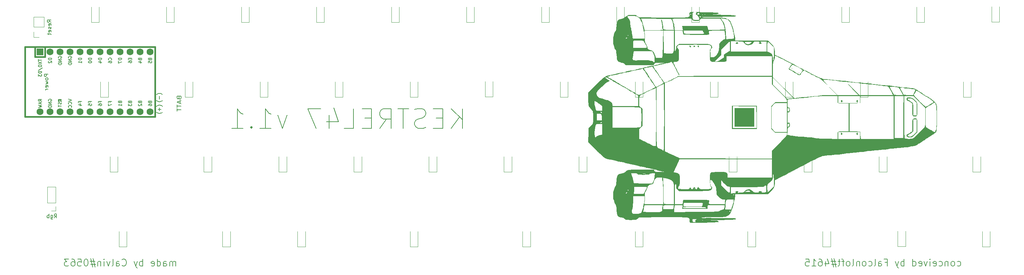
<source format=gbr>
%TF.GenerationSoftware,KiCad,Pcbnew,(6.0.7)*%
%TF.CreationDate,2022-12-29T17:16:15+01:00*%
%TF.ProjectId,Kestrel47,4b657374-7265-46c3-9437-2e6b69636164,rev?*%
%TF.SameCoordinates,Original*%
%TF.FileFunction,Legend,Bot*%
%TF.FilePolarity,Positive*%
%FSLAX46Y46*%
G04 Gerber Fmt 4.6, Leading zero omitted, Abs format (unit mm)*
G04 Created by KiCad (PCBNEW (6.0.7)) date 2022-12-29 17:16:15*
%MOMM*%
%LPD*%
G01*
G04 APERTURE LIST*
%ADD10C,0.150000*%
%ADD11C,0.120000*%
%ADD12C,0.381000*%
%ADD13R,1.752600X1.752600*%
%ADD14C,1.752600*%
G04 APERTURE END LIST*
D10*
X53770833Y-91279166D02*
X53770833Y-90112500D01*
X53770833Y-90279166D02*
X53687500Y-90195833D01*
X53520833Y-90112500D01*
X53270833Y-90112500D01*
X53104166Y-90195833D01*
X53020833Y-90362500D01*
X53020833Y-91279166D01*
X53020833Y-90362500D02*
X52937500Y-90195833D01*
X52770833Y-90112500D01*
X52520833Y-90112500D01*
X52354166Y-90195833D01*
X52270833Y-90362500D01*
X52270833Y-91279166D01*
X50687500Y-91279166D02*
X50687500Y-90362500D01*
X50770833Y-90195833D01*
X50937500Y-90112500D01*
X51270833Y-90112500D01*
X51437500Y-90195833D01*
X50687500Y-91195833D02*
X50854166Y-91279166D01*
X51270833Y-91279166D01*
X51437500Y-91195833D01*
X51520833Y-91029166D01*
X51520833Y-90862500D01*
X51437500Y-90695833D01*
X51270833Y-90612500D01*
X50854166Y-90612500D01*
X50687500Y-90529166D01*
X49104166Y-91279166D02*
X49104166Y-89529166D01*
X49104166Y-91195833D02*
X49270833Y-91279166D01*
X49604166Y-91279166D01*
X49770833Y-91195833D01*
X49854166Y-91112500D01*
X49937500Y-90945833D01*
X49937500Y-90445833D01*
X49854166Y-90279166D01*
X49770833Y-90195833D01*
X49604166Y-90112500D01*
X49270833Y-90112500D01*
X49104166Y-90195833D01*
X47604166Y-91195833D02*
X47770833Y-91279166D01*
X48104166Y-91279166D01*
X48270833Y-91195833D01*
X48354166Y-91029166D01*
X48354166Y-90362500D01*
X48270833Y-90195833D01*
X48104166Y-90112500D01*
X47770833Y-90112500D01*
X47604166Y-90195833D01*
X47520833Y-90362500D01*
X47520833Y-90529166D01*
X48354166Y-90695833D01*
X45437500Y-91279166D02*
X45437500Y-89529166D01*
X45437500Y-90195833D02*
X45270833Y-90112500D01*
X44937500Y-90112500D01*
X44770833Y-90195833D01*
X44687500Y-90279166D01*
X44604166Y-90445833D01*
X44604166Y-90945833D01*
X44687500Y-91112500D01*
X44770833Y-91195833D01*
X44937500Y-91279166D01*
X45270833Y-91279166D01*
X45437500Y-91195833D01*
X44020833Y-90112500D02*
X43604166Y-91279166D01*
X43187500Y-90112500D02*
X43604166Y-91279166D01*
X43770833Y-91695833D01*
X43854166Y-91779166D01*
X44020833Y-91862500D01*
X40187500Y-91112500D02*
X40270833Y-91195833D01*
X40520833Y-91279166D01*
X40687500Y-91279166D01*
X40937500Y-91195833D01*
X41104166Y-91029166D01*
X41187500Y-90862500D01*
X41270833Y-90529166D01*
X41270833Y-90279166D01*
X41187500Y-89945833D01*
X41104166Y-89779166D01*
X40937500Y-89612500D01*
X40687500Y-89529166D01*
X40520833Y-89529166D01*
X40270833Y-89612500D01*
X40187500Y-89695833D01*
X38687500Y-91279166D02*
X38687500Y-90362500D01*
X38770833Y-90195833D01*
X38937500Y-90112500D01*
X39270833Y-90112500D01*
X39437500Y-90195833D01*
X38687500Y-91195833D02*
X38854166Y-91279166D01*
X39270833Y-91279166D01*
X39437500Y-91195833D01*
X39520833Y-91029166D01*
X39520833Y-90862500D01*
X39437500Y-90695833D01*
X39270833Y-90612500D01*
X38854166Y-90612500D01*
X38687500Y-90529166D01*
X37604166Y-91279166D02*
X37770833Y-91195833D01*
X37854166Y-91029166D01*
X37854166Y-89529166D01*
X37104166Y-90112500D02*
X36687500Y-91279166D01*
X36270833Y-90112500D01*
X35604166Y-91279166D02*
X35604166Y-90112500D01*
X35604166Y-89529166D02*
X35687500Y-89612500D01*
X35604166Y-89695833D01*
X35520833Y-89612500D01*
X35604166Y-89529166D01*
X35604166Y-89695833D01*
X34770833Y-90112500D02*
X34770833Y-91279166D01*
X34770833Y-90279166D02*
X34687500Y-90195833D01*
X34520833Y-90112500D01*
X34270833Y-90112500D01*
X34104166Y-90195833D01*
X34020833Y-90362500D01*
X34020833Y-91279166D01*
X33270833Y-90112500D02*
X32020833Y-90112500D01*
X32770833Y-89362500D02*
X33270833Y-91612500D01*
X32187500Y-90862500D02*
X33437500Y-90862500D01*
X32687500Y-91612500D02*
X32187500Y-89362500D01*
X31104166Y-89529166D02*
X30937500Y-89529166D01*
X30770833Y-89612500D01*
X30687500Y-89695833D01*
X30604166Y-89862500D01*
X30520833Y-90195833D01*
X30520833Y-90612500D01*
X30604166Y-90945833D01*
X30687500Y-91112500D01*
X30770833Y-91195833D01*
X30937500Y-91279166D01*
X31104166Y-91279166D01*
X31270833Y-91195833D01*
X31354166Y-91112500D01*
X31437500Y-90945833D01*
X31520833Y-90612500D01*
X31520833Y-90195833D01*
X31437500Y-89862500D01*
X31354166Y-89695833D01*
X31270833Y-89612500D01*
X31104166Y-89529166D01*
X28937500Y-89529166D02*
X29770833Y-89529166D01*
X29854166Y-90362500D01*
X29770833Y-90279166D01*
X29604166Y-90195833D01*
X29187500Y-90195833D01*
X29020833Y-90279166D01*
X28937500Y-90362500D01*
X28854166Y-90529166D01*
X28854166Y-90945833D01*
X28937500Y-91112500D01*
X29020833Y-91195833D01*
X29187500Y-91279166D01*
X29604166Y-91279166D01*
X29770833Y-91195833D01*
X29854166Y-91112500D01*
X27354166Y-89529166D02*
X27687500Y-89529166D01*
X27854166Y-89612500D01*
X27937500Y-89695833D01*
X28104166Y-89945833D01*
X28187500Y-90279166D01*
X28187500Y-90945833D01*
X28104166Y-91112500D01*
X28020833Y-91195833D01*
X27854166Y-91279166D01*
X27520833Y-91279166D01*
X27354166Y-91195833D01*
X27270833Y-91112500D01*
X27187500Y-90945833D01*
X27187500Y-90529166D01*
X27270833Y-90362500D01*
X27354166Y-90279166D01*
X27520833Y-90195833D01*
X27854166Y-90195833D01*
X28020833Y-90279166D01*
X28104166Y-90362500D01*
X28187500Y-90529166D01*
X26604166Y-89529166D02*
X25520833Y-89529166D01*
X26104166Y-90195833D01*
X25854166Y-90195833D01*
X25687500Y-90279166D01*
X25604166Y-90362500D01*
X25520833Y-90529166D01*
X25520833Y-90945833D01*
X25604166Y-91112500D01*
X25687500Y-91195833D01*
X25854166Y-91279166D01*
X26354166Y-91279166D01*
X26520833Y-91195833D01*
X26604166Y-91112500D01*
X22947238Y-79065380D02*
X23280571Y-78589190D01*
X23518666Y-79065380D02*
X23518666Y-78065380D01*
X23137714Y-78065380D01*
X23042476Y-78113000D01*
X22994857Y-78160619D01*
X22947238Y-78255857D01*
X22947238Y-78398714D01*
X22994857Y-78493952D01*
X23042476Y-78541571D01*
X23137714Y-78589190D01*
X23518666Y-78589190D01*
X22090095Y-78398714D02*
X22090095Y-79208238D01*
X22137714Y-79303476D01*
X22185333Y-79351095D01*
X22280571Y-79398714D01*
X22423428Y-79398714D01*
X22518666Y-79351095D01*
X22090095Y-79017761D02*
X22185333Y-79065380D01*
X22375809Y-79065380D01*
X22471047Y-79017761D01*
X22518666Y-78970142D01*
X22566285Y-78874904D01*
X22566285Y-78589190D01*
X22518666Y-78493952D01*
X22471047Y-78446333D01*
X22375809Y-78398714D01*
X22185333Y-78398714D01*
X22090095Y-78446333D01*
X21613904Y-79065380D02*
X21613904Y-78065380D01*
X21613904Y-78446333D02*
X21518666Y-78398714D01*
X21328190Y-78398714D01*
X21232952Y-78446333D01*
X21185333Y-78493952D01*
X21137714Y-78589190D01*
X21137714Y-78874904D01*
X21185333Y-78970142D01*
X21232952Y-79017761D01*
X21328190Y-79065380D01*
X21518666Y-79065380D01*
X21613904Y-79017761D01*
X22169380Y-29241904D02*
X21693190Y-28908571D01*
X22169380Y-28670476D02*
X21169380Y-28670476D01*
X21169380Y-29051428D01*
X21217000Y-29146666D01*
X21264619Y-29194285D01*
X21359857Y-29241904D01*
X21502714Y-29241904D01*
X21597952Y-29194285D01*
X21645571Y-29146666D01*
X21693190Y-29051428D01*
X21693190Y-28670476D01*
X22121761Y-30051428D02*
X22169380Y-29956190D01*
X22169380Y-29765714D01*
X22121761Y-29670476D01*
X22026523Y-29622857D01*
X21645571Y-29622857D01*
X21550333Y-29670476D01*
X21502714Y-29765714D01*
X21502714Y-29956190D01*
X21550333Y-30051428D01*
X21645571Y-30099047D01*
X21740809Y-30099047D01*
X21836047Y-29622857D01*
X22121761Y-30480000D02*
X22169380Y-30575238D01*
X22169380Y-30765714D01*
X22121761Y-30860952D01*
X22026523Y-30908571D01*
X21978904Y-30908571D01*
X21883666Y-30860952D01*
X21836047Y-30765714D01*
X21836047Y-30622857D01*
X21788428Y-30527619D01*
X21693190Y-30480000D01*
X21645571Y-30480000D01*
X21550333Y-30527619D01*
X21502714Y-30622857D01*
X21502714Y-30765714D01*
X21550333Y-30860952D01*
X22121761Y-31718095D02*
X22169380Y-31622857D01*
X22169380Y-31432380D01*
X22121761Y-31337142D01*
X22026523Y-31289523D01*
X21645571Y-31289523D01*
X21550333Y-31337142D01*
X21502714Y-31432380D01*
X21502714Y-31622857D01*
X21550333Y-31718095D01*
X21645571Y-31765714D01*
X21740809Y-31765714D01*
X21836047Y-31289523D01*
X21502714Y-32051428D02*
X21502714Y-32432380D01*
X21169380Y-32194285D02*
X22026523Y-32194285D01*
X22121761Y-32241904D01*
X22169380Y-32337142D01*
X22169380Y-32432380D01*
X252237500Y-91195833D02*
X252404166Y-91279166D01*
X252737500Y-91279166D01*
X252904166Y-91195833D01*
X252987500Y-91112500D01*
X253070833Y-90945833D01*
X253070833Y-90445833D01*
X252987500Y-90279166D01*
X252904166Y-90195833D01*
X252737500Y-90112500D01*
X252404166Y-90112500D01*
X252237500Y-90195833D01*
X251237500Y-91279166D02*
X251404166Y-91195833D01*
X251487500Y-91112500D01*
X251570833Y-90945833D01*
X251570833Y-90445833D01*
X251487500Y-90279166D01*
X251404166Y-90195833D01*
X251237500Y-90112500D01*
X250987500Y-90112500D01*
X250820833Y-90195833D01*
X250737500Y-90279166D01*
X250654166Y-90445833D01*
X250654166Y-90945833D01*
X250737500Y-91112500D01*
X250820833Y-91195833D01*
X250987500Y-91279166D01*
X251237500Y-91279166D01*
X249904166Y-90112500D02*
X249904166Y-91279166D01*
X249904166Y-90279166D02*
X249820833Y-90195833D01*
X249654166Y-90112500D01*
X249404166Y-90112500D01*
X249237500Y-90195833D01*
X249154166Y-90362500D01*
X249154166Y-91279166D01*
X247570833Y-91195833D02*
X247737500Y-91279166D01*
X248070833Y-91279166D01*
X248237500Y-91195833D01*
X248320833Y-91112500D01*
X248404166Y-90945833D01*
X248404166Y-90445833D01*
X248320833Y-90279166D01*
X248237500Y-90195833D01*
X248070833Y-90112500D01*
X247737500Y-90112500D01*
X247570833Y-90195833D01*
X246154166Y-91195833D02*
X246320833Y-91279166D01*
X246654166Y-91279166D01*
X246820833Y-91195833D01*
X246904166Y-91029166D01*
X246904166Y-90362500D01*
X246820833Y-90195833D01*
X246654166Y-90112500D01*
X246320833Y-90112500D01*
X246154166Y-90195833D01*
X246070833Y-90362500D01*
X246070833Y-90529166D01*
X246904166Y-90695833D01*
X245320833Y-91279166D02*
X245320833Y-90112500D01*
X245320833Y-89529166D02*
X245404166Y-89612500D01*
X245320833Y-89695833D01*
X245237500Y-89612500D01*
X245320833Y-89529166D01*
X245320833Y-89695833D01*
X244654166Y-90112500D02*
X244237500Y-91279166D01*
X243820833Y-90112500D01*
X242487500Y-91195833D02*
X242654166Y-91279166D01*
X242987500Y-91279166D01*
X243154166Y-91195833D01*
X243237500Y-91029166D01*
X243237500Y-90362500D01*
X243154166Y-90195833D01*
X242987500Y-90112500D01*
X242654166Y-90112500D01*
X242487500Y-90195833D01*
X242404166Y-90362500D01*
X242404166Y-90529166D01*
X243237500Y-90695833D01*
X240904166Y-91279166D02*
X240904166Y-89529166D01*
X240904166Y-91195833D02*
X241070833Y-91279166D01*
X241404166Y-91279166D01*
X241570833Y-91195833D01*
X241654166Y-91112500D01*
X241737500Y-90945833D01*
X241737500Y-90445833D01*
X241654166Y-90279166D01*
X241570833Y-90195833D01*
X241404166Y-90112500D01*
X241070833Y-90112500D01*
X240904166Y-90195833D01*
X238737500Y-91279166D02*
X238737500Y-89529166D01*
X238737500Y-90195833D02*
X238570833Y-90112500D01*
X238237500Y-90112500D01*
X238070833Y-90195833D01*
X237987500Y-90279166D01*
X237904166Y-90445833D01*
X237904166Y-90945833D01*
X237987500Y-91112500D01*
X238070833Y-91195833D01*
X238237500Y-91279166D01*
X238570833Y-91279166D01*
X238737500Y-91195833D01*
X237320833Y-90112500D02*
X236904166Y-91279166D01*
X236487500Y-90112500D02*
X236904166Y-91279166D01*
X237070833Y-91695833D01*
X237154166Y-91779166D01*
X237320833Y-91862500D01*
X233904166Y-90362500D02*
X234487500Y-90362500D01*
X234487500Y-91279166D02*
X234487500Y-89529166D01*
X233654166Y-89529166D01*
X232237500Y-91279166D02*
X232237500Y-90362500D01*
X232320833Y-90195833D01*
X232487500Y-90112500D01*
X232820833Y-90112500D01*
X232987500Y-90195833D01*
X232237500Y-91195833D02*
X232404166Y-91279166D01*
X232820833Y-91279166D01*
X232987500Y-91195833D01*
X233070833Y-91029166D01*
X233070833Y-90862500D01*
X232987500Y-90695833D01*
X232820833Y-90612500D01*
X232404166Y-90612500D01*
X232237500Y-90529166D01*
X231154166Y-91279166D02*
X231320833Y-91195833D01*
X231404166Y-91029166D01*
X231404166Y-89529166D01*
X229737500Y-91195833D02*
X229904166Y-91279166D01*
X230237500Y-91279166D01*
X230404166Y-91195833D01*
X230487500Y-91112500D01*
X230570833Y-90945833D01*
X230570833Y-90445833D01*
X230487500Y-90279166D01*
X230404166Y-90195833D01*
X230237500Y-90112500D01*
X229904166Y-90112500D01*
X229737500Y-90195833D01*
X228737500Y-91279166D02*
X228904166Y-91195833D01*
X228987500Y-91112500D01*
X229070833Y-90945833D01*
X229070833Y-90445833D01*
X228987500Y-90279166D01*
X228904166Y-90195833D01*
X228737500Y-90112500D01*
X228487500Y-90112500D01*
X228320833Y-90195833D01*
X228237500Y-90279166D01*
X228154166Y-90445833D01*
X228154166Y-90945833D01*
X228237500Y-91112500D01*
X228320833Y-91195833D01*
X228487500Y-91279166D01*
X228737500Y-91279166D01*
X227404166Y-90112500D02*
X227404166Y-91279166D01*
X227404166Y-90279166D02*
X227320833Y-90195833D01*
X227154166Y-90112500D01*
X226904166Y-90112500D01*
X226737500Y-90195833D01*
X226654166Y-90362500D01*
X226654166Y-91279166D01*
X225570833Y-91279166D02*
X225737500Y-91195833D01*
X225820833Y-91029166D01*
X225820833Y-89529166D01*
X224654166Y-91279166D02*
X224820833Y-91195833D01*
X224904166Y-91112500D01*
X224987500Y-90945833D01*
X224987500Y-90445833D01*
X224904166Y-90279166D01*
X224820833Y-90195833D01*
X224654166Y-90112500D01*
X224404166Y-90112500D01*
X224237500Y-90195833D01*
X224154166Y-90279166D01*
X224070833Y-90445833D01*
X224070833Y-90945833D01*
X224154166Y-91112500D01*
X224237500Y-91195833D01*
X224404166Y-91279166D01*
X224654166Y-91279166D01*
X223570833Y-90112500D02*
X222904166Y-90112500D01*
X223320833Y-91279166D02*
X223320833Y-89779166D01*
X223237500Y-89612500D01*
X223070833Y-89529166D01*
X222904166Y-89529166D01*
X222570833Y-90112500D02*
X221904166Y-90112500D01*
X222320833Y-89529166D02*
X222320833Y-91029166D01*
X222237500Y-91195833D01*
X222070833Y-91279166D01*
X221904166Y-91279166D01*
X221404166Y-90112500D02*
X220154166Y-90112500D01*
X220904166Y-89362500D02*
X221404166Y-91612500D01*
X220320833Y-90862500D02*
X221570833Y-90862500D01*
X220820833Y-91612500D02*
X220320833Y-89362500D01*
X218820833Y-90112500D02*
X218820833Y-91279166D01*
X219237500Y-89445833D02*
X219654166Y-90695833D01*
X218570833Y-90695833D01*
X217154166Y-89529166D02*
X217487500Y-89529166D01*
X217654166Y-89612500D01*
X217737500Y-89695833D01*
X217904166Y-89945833D01*
X217987500Y-90279166D01*
X217987500Y-90945833D01*
X217904166Y-91112500D01*
X217820833Y-91195833D01*
X217654166Y-91279166D01*
X217320833Y-91279166D01*
X217154166Y-91195833D01*
X217070833Y-91112500D01*
X216987500Y-90945833D01*
X216987500Y-90529166D01*
X217070833Y-90362500D01*
X217154166Y-90279166D01*
X217320833Y-90195833D01*
X217654166Y-90195833D01*
X217820833Y-90279166D01*
X217904166Y-90362500D01*
X217987500Y-90529166D01*
X215320833Y-91279166D02*
X216320833Y-91279166D01*
X215820833Y-91279166D02*
X215820833Y-89529166D01*
X215987500Y-89779166D01*
X216154166Y-89945833D01*
X216320833Y-90029166D01*
X213737500Y-89529166D02*
X214570833Y-89529166D01*
X214654166Y-90362500D01*
X214570833Y-90279166D01*
X214404166Y-90195833D01*
X213987500Y-90195833D01*
X213820833Y-90279166D01*
X213737500Y-90362500D01*
X213654166Y-90529166D01*
X213654166Y-90945833D01*
X213737500Y-91112500D01*
X213820833Y-91195833D01*
X213987500Y-91279166D01*
X214404166Y-91279166D01*
X214570833Y-91195833D01*
X214654166Y-91112500D01*
X21407380Y-42473809D02*
X20407380Y-42473809D01*
X20407380Y-42854761D01*
X20455000Y-42950000D01*
X20502619Y-42997619D01*
X20597857Y-43045238D01*
X20740714Y-43045238D01*
X20835952Y-42997619D01*
X20883571Y-42950000D01*
X20931190Y-42854761D01*
X20931190Y-42473809D01*
X21407380Y-43616666D02*
X21359761Y-43521428D01*
X21312142Y-43473809D01*
X21216904Y-43426190D01*
X20931190Y-43426190D01*
X20835952Y-43473809D01*
X20788333Y-43521428D01*
X20740714Y-43616666D01*
X20740714Y-43759523D01*
X20788333Y-43854761D01*
X20835952Y-43902380D01*
X20931190Y-43950000D01*
X21216904Y-43950000D01*
X21312142Y-43902380D01*
X21359761Y-43854761D01*
X21407380Y-43759523D01*
X21407380Y-43616666D01*
X20740714Y-44283333D02*
X21407380Y-44473809D01*
X20931190Y-44664285D01*
X21407380Y-44854761D01*
X20740714Y-45045238D01*
X21359761Y-45807142D02*
X21407380Y-45711904D01*
X21407380Y-45521428D01*
X21359761Y-45426190D01*
X21264523Y-45378571D01*
X20883571Y-45378571D01*
X20788333Y-45426190D01*
X20740714Y-45521428D01*
X20740714Y-45711904D01*
X20788333Y-45807142D01*
X20883571Y-45854761D01*
X20978809Y-45854761D01*
X21074047Y-45378571D01*
X21407380Y-46283333D02*
X20740714Y-46283333D01*
X20931190Y-46283333D02*
X20835952Y-46330952D01*
X20788333Y-46378571D01*
X20740714Y-46473809D01*
X20740714Y-46569047D01*
X126575666Y-56236904D02*
X126575666Y-51236904D01*
X123718523Y-56236904D02*
X125861380Y-53379761D01*
X123718523Y-51236904D02*
X126575666Y-54094047D01*
X121575666Y-53617857D02*
X119909000Y-53617857D01*
X119194714Y-56236904D02*
X121575666Y-56236904D01*
X121575666Y-51236904D01*
X119194714Y-51236904D01*
X117289952Y-55998809D02*
X116575666Y-56236904D01*
X115385190Y-56236904D01*
X114909000Y-55998809D01*
X114670904Y-55760714D01*
X114432809Y-55284523D01*
X114432809Y-54808333D01*
X114670904Y-54332142D01*
X114909000Y-54094047D01*
X115385190Y-53855952D01*
X116337571Y-53617857D01*
X116813761Y-53379761D01*
X117051857Y-53141666D01*
X117289952Y-52665476D01*
X117289952Y-52189285D01*
X117051857Y-51713095D01*
X116813761Y-51475000D01*
X116337571Y-51236904D01*
X115147095Y-51236904D01*
X114432809Y-51475000D01*
X113004238Y-51236904D02*
X110147095Y-51236904D01*
X111575666Y-56236904D02*
X111575666Y-51236904D01*
X105623285Y-56236904D02*
X107289952Y-53855952D01*
X108480428Y-56236904D02*
X108480428Y-51236904D01*
X106575666Y-51236904D01*
X106099476Y-51475000D01*
X105861380Y-51713095D01*
X105623285Y-52189285D01*
X105623285Y-52903571D01*
X105861380Y-53379761D01*
X106099476Y-53617857D01*
X106575666Y-53855952D01*
X108480428Y-53855952D01*
X103480428Y-53617857D02*
X101813761Y-53617857D01*
X101099476Y-56236904D02*
X103480428Y-56236904D01*
X103480428Y-51236904D01*
X101099476Y-51236904D01*
X96575666Y-56236904D02*
X98956619Y-56236904D01*
X98956619Y-51236904D01*
X92766142Y-52903571D02*
X92766142Y-56236904D01*
X93956619Y-50998809D02*
X95147095Y-54570238D01*
X92051857Y-54570238D01*
X90623285Y-51236904D02*
X87289952Y-51236904D01*
X89432809Y-56236904D01*
X82051857Y-52903571D02*
X80861380Y-56236904D01*
X79670904Y-52903571D01*
X75147095Y-56236904D02*
X78004238Y-56236904D01*
X76575666Y-56236904D02*
X76575666Y-51236904D01*
X77051857Y-51951190D01*
X77528047Y-52427380D01*
X78004238Y-52665476D01*
X73004238Y-55760714D02*
X72766142Y-55998809D01*
X73004238Y-56236904D01*
X73242333Y-55998809D01*
X73004238Y-55760714D01*
X73004238Y-56236904D01*
X68004238Y-56236904D02*
X70861380Y-56236904D01*
X69432809Y-56236904D02*
X69432809Y-51236904D01*
X69909000Y-51951190D01*
X70385190Y-52427380D01*
X70861380Y-52665476D01*
%TO.C,U1*%
X32010357Y-49644333D02*
X32010357Y-49377666D01*
X32429404Y-49377666D02*
X31629404Y-49377666D01*
X31629404Y-49758619D01*
X31629404Y-50444333D02*
X31629404Y-50063380D01*
X32010357Y-50025285D01*
X31972261Y-50063380D01*
X31934166Y-50139571D01*
X31934166Y-50330047D01*
X31972261Y-50406238D01*
X32010357Y-50444333D01*
X32086547Y-50482428D01*
X32277023Y-50482428D01*
X32353214Y-50444333D01*
X32391309Y-50406238D01*
X32429404Y-50330047D01*
X32429404Y-50139571D01*
X32391309Y-50063380D01*
X32353214Y-50025285D01*
X37433214Y-38855666D02*
X37471309Y-38817571D01*
X37509404Y-38703285D01*
X37509404Y-38627095D01*
X37471309Y-38512809D01*
X37395119Y-38436619D01*
X37318928Y-38398523D01*
X37166547Y-38360428D01*
X37052261Y-38360428D01*
X36899880Y-38398523D01*
X36823690Y-38436619D01*
X36747500Y-38512809D01*
X36709404Y-38627095D01*
X36709404Y-38703285D01*
X36747500Y-38817571D01*
X36785595Y-38855666D01*
X36709404Y-39541380D02*
X36709404Y-39389000D01*
X36747500Y-39312809D01*
X36785595Y-39274714D01*
X36899880Y-39198523D01*
X37052261Y-39160428D01*
X37357023Y-39160428D01*
X37433214Y-39198523D01*
X37471309Y-39236619D01*
X37509404Y-39312809D01*
X37509404Y-39465190D01*
X37471309Y-39541380D01*
X37433214Y-39579476D01*
X37357023Y-39617571D01*
X37166547Y-39617571D01*
X37090357Y-39579476D01*
X37052261Y-39541380D01*
X37014166Y-39465190D01*
X37014166Y-39312809D01*
X37052261Y-39236619D01*
X37090357Y-39198523D01*
X37166547Y-39160428D01*
X29889404Y-38398523D02*
X29089404Y-38398523D01*
X29089404Y-38589000D01*
X29127500Y-38703285D01*
X29203690Y-38779476D01*
X29279880Y-38817571D01*
X29432261Y-38855666D01*
X29546547Y-38855666D01*
X29698928Y-38817571D01*
X29775119Y-38779476D01*
X29851309Y-38703285D01*
X29889404Y-38589000D01*
X29889404Y-38398523D01*
X29889404Y-39617571D02*
X29889404Y-39160428D01*
X29889404Y-39389000D02*
X29089404Y-39389000D01*
X29203690Y-39312809D01*
X29279880Y-39236619D01*
X29317976Y-39160428D01*
X42170357Y-38436619D02*
X42170357Y-38703285D01*
X42589404Y-38817571D02*
X42589404Y-38436619D01*
X41789404Y-38436619D01*
X41789404Y-38817571D01*
X41789404Y-39503285D02*
X41789404Y-39350904D01*
X41827500Y-39274714D01*
X41865595Y-39236619D01*
X41979880Y-39160428D01*
X42132261Y-39122333D01*
X42437023Y-39122333D01*
X42513214Y-39160428D01*
X42551309Y-39198523D01*
X42589404Y-39274714D01*
X42589404Y-39427095D01*
X42551309Y-39503285D01*
X42513214Y-39541380D01*
X42437023Y-39579476D01*
X42246547Y-39579476D01*
X42170357Y-39541380D01*
X42132261Y-39503285D01*
X42094166Y-39427095D01*
X42094166Y-39274714D01*
X42132261Y-39198523D01*
X42170357Y-39160428D01*
X42246547Y-39122333D01*
X22269404Y-38398523D02*
X21469404Y-38398523D01*
X21469404Y-38589000D01*
X21507500Y-38703285D01*
X21583690Y-38779476D01*
X21659880Y-38817571D01*
X21812261Y-38855666D01*
X21926547Y-38855666D01*
X22078928Y-38817571D01*
X22155119Y-38779476D01*
X22231309Y-38703285D01*
X22269404Y-38589000D01*
X22269404Y-38398523D01*
X21545595Y-39160428D02*
X21507500Y-39198523D01*
X21469404Y-39274714D01*
X21469404Y-39465190D01*
X21507500Y-39541380D01*
X21545595Y-39579476D01*
X21621785Y-39617571D01*
X21697976Y-39617571D01*
X21812261Y-39579476D01*
X22269404Y-39122333D01*
X22269404Y-39617571D01*
X44710357Y-38665190D02*
X44748452Y-38779476D01*
X44786547Y-38817571D01*
X44862738Y-38855666D01*
X44977023Y-38855666D01*
X45053214Y-38817571D01*
X45091309Y-38779476D01*
X45129404Y-38703285D01*
X45129404Y-38398523D01*
X44329404Y-38398523D01*
X44329404Y-38665190D01*
X44367500Y-38741380D01*
X44405595Y-38779476D01*
X44481785Y-38817571D01*
X44557976Y-38817571D01*
X44634166Y-38779476D01*
X44672261Y-38741380D01*
X44710357Y-38665190D01*
X44710357Y-38398523D01*
X44596071Y-39541380D02*
X45129404Y-39541380D01*
X44291309Y-39350904D02*
X44862738Y-39160428D01*
X44862738Y-39655666D01*
X34969404Y-38398523D02*
X34169404Y-38398523D01*
X34169404Y-38589000D01*
X34207500Y-38703285D01*
X34283690Y-38779476D01*
X34359880Y-38817571D01*
X34512261Y-38855666D01*
X34626547Y-38855666D01*
X34778928Y-38817571D01*
X34855119Y-38779476D01*
X34931309Y-38703285D01*
X34969404Y-38589000D01*
X34969404Y-38398523D01*
X34436071Y-39541380D02*
X34969404Y-39541380D01*
X34131309Y-39350904D02*
X34702738Y-39160428D01*
X34702738Y-39655666D01*
X24047500Y-38379476D02*
X24009404Y-38303285D01*
X24009404Y-38189000D01*
X24047500Y-38074714D01*
X24123690Y-37998523D01*
X24199880Y-37960428D01*
X24352261Y-37922333D01*
X24466547Y-37922333D01*
X24618928Y-37960428D01*
X24695119Y-37998523D01*
X24771309Y-38074714D01*
X24809404Y-38189000D01*
X24809404Y-38265190D01*
X24771309Y-38379476D01*
X24733214Y-38417571D01*
X24466547Y-38417571D01*
X24466547Y-38265190D01*
X24809404Y-38760428D02*
X24009404Y-38760428D01*
X24809404Y-39217571D01*
X24009404Y-39217571D01*
X24809404Y-39598523D02*
X24009404Y-39598523D01*
X24009404Y-39789000D01*
X24047500Y-39903285D01*
X24123690Y-39979476D01*
X24199880Y-40017571D01*
X24352261Y-40055666D01*
X24466547Y-40055666D01*
X24618928Y-40017571D01*
X24695119Y-39979476D01*
X24771309Y-39903285D01*
X24809404Y-39789000D01*
X24809404Y-39598523D01*
X29470357Y-49644333D02*
X29470357Y-49377666D01*
X29889404Y-49377666D02*
X29089404Y-49377666D01*
X29089404Y-49758619D01*
X29356071Y-50406238D02*
X29889404Y-50406238D01*
X29051309Y-50215761D02*
X29622738Y-50025285D01*
X29622738Y-50520523D01*
X47250357Y-38665190D02*
X47288452Y-38779476D01*
X47326547Y-38817571D01*
X47402738Y-38855666D01*
X47517023Y-38855666D01*
X47593214Y-38817571D01*
X47631309Y-38779476D01*
X47669404Y-38703285D01*
X47669404Y-38398523D01*
X46869404Y-38398523D01*
X46869404Y-38665190D01*
X46907500Y-38741380D01*
X46945595Y-38779476D01*
X47021785Y-38817571D01*
X47097976Y-38817571D01*
X47174166Y-38779476D01*
X47212261Y-38741380D01*
X47250357Y-38665190D01*
X47250357Y-38398523D01*
X46869404Y-39579476D02*
X46869404Y-39198523D01*
X47250357Y-39160428D01*
X47212261Y-39198523D01*
X47174166Y-39274714D01*
X47174166Y-39465190D01*
X47212261Y-39541380D01*
X47250357Y-39579476D01*
X47326547Y-39617571D01*
X47517023Y-39617571D01*
X47593214Y-39579476D01*
X47631309Y-39541380D01*
X47669404Y-39465190D01*
X47669404Y-39274714D01*
X47631309Y-39198523D01*
X47593214Y-39160428D01*
X24741309Y-49649786D02*
X24779404Y-49764072D01*
X24779404Y-49954548D01*
X24741309Y-50030739D01*
X24703214Y-50068834D01*
X24627023Y-50106929D01*
X24550833Y-50106929D01*
X24474642Y-50068834D01*
X24436547Y-50030739D01*
X24398452Y-49954548D01*
X24360357Y-49802167D01*
X24322261Y-49725977D01*
X24284166Y-49687881D01*
X24207976Y-49649786D01*
X24131785Y-49649786D01*
X24055595Y-49687881D01*
X24017500Y-49725977D01*
X23979404Y-49802167D01*
X23979404Y-49992643D01*
X24017500Y-50106929D01*
X23979404Y-50335500D02*
X23979404Y-50792643D01*
X24779404Y-50564072D02*
X23979404Y-50564072D01*
X34550357Y-49644333D02*
X34550357Y-49377666D01*
X34969404Y-49377666D02*
X34169404Y-49377666D01*
X34169404Y-49758619D01*
X34169404Y-50406238D02*
X34169404Y-50253857D01*
X34207500Y-50177666D01*
X34245595Y-50139571D01*
X34359880Y-50063380D01*
X34512261Y-50025285D01*
X34817023Y-50025285D01*
X34893214Y-50063380D01*
X34931309Y-50101476D01*
X34969404Y-50177666D01*
X34969404Y-50330047D01*
X34931309Y-50406238D01*
X34893214Y-50444333D01*
X34817023Y-50482428D01*
X34626547Y-50482428D01*
X34550357Y-50444333D01*
X34512261Y-50406238D01*
X34474166Y-50330047D01*
X34474166Y-50177666D01*
X34512261Y-50101476D01*
X34550357Y-50063380D01*
X34626547Y-50025285D01*
X40049404Y-38398523D02*
X39249404Y-38398523D01*
X39249404Y-38589000D01*
X39287500Y-38703285D01*
X39363690Y-38779476D01*
X39439880Y-38817571D01*
X39592261Y-38855666D01*
X39706547Y-38855666D01*
X39858928Y-38817571D01*
X39935119Y-38779476D01*
X40011309Y-38703285D01*
X40049404Y-38589000D01*
X40049404Y-38398523D01*
X39249404Y-39122333D02*
X39249404Y-39655666D01*
X40049404Y-39312809D01*
X26587500Y-38379476D02*
X26549404Y-38303285D01*
X26549404Y-38189000D01*
X26587500Y-38074714D01*
X26663690Y-37998523D01*
X26739880Y-37960428D01*
X26892261Y-37922333D01*
X27006547Y-37922333D01*
X27158928Y-37960428D01*
X27235119Y-37998523D01*
X27311309Y-38074714D01*
X27349404Y-38189000D01*
X27349404Y-38265190D01*
X27311309Y-38379476D01*
X27273214Y-38417571D01*
X27006547Y-38417571D01*
X27006547Y-38265190D01*
X27349404Y-38760428D02*
X26549404Y-38760428D01*
X27349404Y-39217571D01*
X26549404Y-39217571D01*
X27349404Y-39598523D02*
X26549404Y-39598523D01*
X26549404Y-39789000D01*
X26587500Y-39903285D01*
X26663690Y-39979476D01*
X26739880Y-40017571D01*
X26892261Y-40055666D01*
X27006547Y-40055666D01*
X27158928Y-40017571D01*
X27235119Y-39979476D01*
X27311309Y-39903285D01*
X27349404Y-39789000D01*
X27349404Y-39598523D01*
X21507500Y-49301476D02*
X21469404Y-49225285D01*
X21469404Y-49111000D01*
X21507500Y-48996714D01*
X21583690Y-48920523D01*
X21659880Y-48882428D01*
X21812261Y-48844333D01*
X21926547Y-48844333D01*
X22078928Y-48882428D01*
X22155119Y-48920523D01*
X22231309Y-48996714D01*
X22269404Y-49111000D01*
X22269404Y-49187190D01*
X22231309Y-49301476D01*
X22193214Y-49339571D01*
X21926547Y-49339571D01*
X21926547Y-49187190D01*
X22269404Y-49682428D02*
X21469404Y-49682428D01*
X22269404Y-50139571D01*
X21469404Y-50139571D01*
X22269404Y-50520523D02*
X21469404Y-50520523D01*
X21469404Y-50711000D01*
X21507500Y-50825285D01*
X21583690Y-50901476D01*
X21659880Y-50939571D01*
X21812261Y-50977666D01*
X21926547Y-50977666D01*
X22078928Y-50939571D01*
X22155119Y-50901476D01*
X22231309Y-50825285D01*
X22269404Y-50711000D01*
X22269404Y-50520523D01*
X44710357Y-49587190D02*
X44748452Y-49701476D01*
X44786547Y-49739571D01*
X44862738Y-49777666D01*
X44977023Y-49777666D01*
X45053214Y-49739571D01*
X45091309Y-49701476D01*
X45129404Y-49625285D01*
X45129404Y-49320523D01*
X44329404Y-49320523D01*
X44329404Y-49587190D01*
X44367500Y-49663380D01*
X44405595Y-49701476D01*
X44481785Y-49739571D01*
X44557976Y-49739571D01*
X44634166Y-49701476D01*
X44672261Y-49663380D01*
X44710357Y-49587190D01*
X44710357Y-49320523D01*
X44405595Y-50082428D02*
X44367500Y-50120523D01*
X44329404Y-50196714D01*
X44329404Y-50387190D01*
X44367500Y-50463380D01*
X44405595Y-50501476D01*
X44481785Y-50539571D01*
X44557976Y-50539571D01*
X44672261Y-50501476D01*
X45129404Y-50044333D01*
X45129404Y-50539571D01*
X19729404Y-49358619D02*
X19348452Y-49091952D01*
X19729404Y-48901476D02*
X18929404Y-48901476D01*
X18929404Y-49206238D01*
X18967500Y-49282428D01*
X19005595Y-49320523D01*
X19081785Y-49358619D01*
X19196071Y-49358619D01*
X19272261Y-49320523D01*
X19310357Y-49282428D01*
X19348452Y-49206238D01*
X19348452Y-48901476D01*
X19500833Y-49663380D02*
X19500833Y-50044333D01*
X19729404Y-49587190D02*
X18929404Y-49853857D01*
X19729404Y-50120523D01*
X18929404Y-50311000D02*
X19729404Y-50501476D01*
X19157976Y-50653857D01*
X19729404Y-50806238D01*
X18929404Y-50996714D01*
X18929404Y-38687651D02*
X18929404Y-39144794D01*
X19729404Y-38916223D02*
X18929404Y-38916223D01*
X18929404Y-39335270D02*
X19729404Y-39868604D01*
X18929404Y-39868604D02*
X19729404Y-39335270D01*
X18929404Y-40325747D02*
X18929404Y-40401937D01*
X18967500Y-40478128D01*
X19005595Y-40516223D01*
X19081785Y-40554318D01*
X19234166Y-40592413D01*
X19424642Y-40592413D01*
X19577023Y-40554318D01*
X19653214Y-40516223D01*
X19691309Y-40478128D01*
X19729404Y-40401937D01*
X19729404Y-40325747D01*
X19691309Y-40249556D01*
X19653214Y-40211461D01*
X19577023Y-40173366D01*
X19424642Y-40135270D01*
X19234166Y-40135270D01*
X19081785Y-40173366D01*
X19005595Y-40211461D01*
X18967500Y-40249556D01*
X18929404Y-40325747D01*
X18891309Y-41506699D02*
X19919880Y-40820985D01*
X19729404Y-41773366D02*
X18929404Y-41773366D01*
X18929404Y-41963842D01*
X18967500Y-42078128D01*
X19043690Y-42154318D01*
X19119880Y-42192413D01*
X19272261Y-42230508D01*
X19386547Y-42230508D01*
X19538928Y-42192413D01*
X19615119Y-42154318D01*
X19691309Y-42078128D01*
X19729404Y-41963842D01*
X19729404Y-41773366D01*
X18929404Y-42497175D02*
X18929404Y-42992413D01*
X19234166Y-42725747D01*
X19234166Y-42840032D01*
X19272261Y-42916223D01*
X19310357Y-42954318D01*
X19386547Y-42992413D01*
X19577023Y-42992413D01*
X19653214Y-42954318D01*
X19691309Y-42916223D01*
X19729404Y-42840032D01*
X19729404Y-42611461D01*
X19691309Y-42535270D01*
X19653214Y-42497175D01*
X37090357Y-49644333D02*
X37090357Y-49377666D01*
X37509404Y-49377666D02*
X36709404Y-49377666D01*
X36709404Y-49758619D01*
X36709404Y-49987190D02*
X36709404Y-50520523D01*
X37509404Y-50177666D01*
X39630357Y-49587190D02*
X39668452Y-49701476D01*
X39706547Y-49739571D01*
X39782738Y-49777666D01*
X39897023Y-49777666D01*
X39973214Y-49739571D01*
X40011309Y-49701476D01*
X40049404Y-49625285D01*
X40049404Y-49320523D01*
X39249404Y-49320523D01*
X39249404Y-49587190D01*
X39287500Y-49663380D01*
X39325595Y-49701476D01*
X39401785Y-49739571D01*
X39477976Y-49739571D01*
X39554166Y-49701476D01*
X39592261Y-49663380D01*
X39630357Y-49587190D01*
X39630357Y-49320523D01*
X40049404Y-50539571D02*
X40049404Y-50082428D01*
X40049404Y-50311000D02*
X39249404Y-50311000D01*
X39363690Y-50234809D01*
X39439880Y-50158619D01*
X39477976Y-50082428D01*
X32429404Y-38398523D02*
X31629404Y-38398523D01*
X31629404Y-38589000D01*
X31667500Y-38703285D01*
X31743690Y-38779476D01*
X31819880Y-38817571D01*
X31972261Y-38855666D01*
X32086547Y-38855666D01*
X32238928Y-38817571D01*
X32315119Y-38779476D01*
X32391309Y-38703285D01*
X32429404Y-38589000D01*
X32429404Y-38398523D01*
X31629404Y-39350904D02*
X31629404Y-39427095D01*
X31667500Y-39503285D01*
X31705595Y-39541380D01*
X31781785Y-39579476D01*
X31934166Y-39617571D01*
X32124642Y-39617571D01*
X32277023Y-39579476D01*
X32353214Y-39541380D01*
X32391309Y-39503285D01*
X32429404Y-39427095D01*
X32429404Y-39350904D01*
X32391309Y-39274714D01*
X32353214Y-39236619D01*
X32277023Y-39198523D01*
X32124642Y-39160428D01*
X31934166Y-39160428D01*
X31781785Y-39198523D01*
X31705595Y-39236619D01*
X31667500Y-39274714D01*
X31629404Y-39350904D01*
X26549404Y-48844333D02*
X27349404Y-49111000D01*
X26549404Y-49377666D01*
X27273214Y-50101476D02*
X27311309Y-50063380D01*
X27349404Y-49949095D01*
X27349404Y-49872904D01*
X27311309Y-49758619D01*
X27235119Y-49682428D01*
X27158928Y-49644333D01*
X27006547Y-49606238D01*
X26892261Y-49606238D01*
X26739880Y-49644333D01*
X26663690Y-49682428D01*
X26587500Y-49758619D01*
X26549404Y-49872904D01*
X26549404Y-49949095D01*
X26587500Y-50063380D01*
X26625595Y-50101476D01*
X27273214Y-50901476D02*
X27311309Y-50863380D01*
X27349404Y-50749095D01*
X27349404Y-50672904D01*
X27311309Y-50558619D01*
X27235119Y-50482428D01*
X27158928Y-50444333D01*
X27006547Y-50406238D01*
X26892261Y-50406238D01*
X26739880Y-50444333D01*
X26663690Y-50482428D01*
X26587500Y-50558619D01*
X26549404Y-50672904D01*
X26549404Y-50749095D01*
X26587500Y-50863380D01*
X26625595Y-50901476D01*
X47250357Y-49587190D02*
X47288452Y-49701476D01*
X47326547Y-49739571D01*
X47402738Y-49777666D01*
X47517023Y-49777666D01*
X47593214Y-49739571D01*
X47631309Y-49701476D01*
X47669404Y-49625285D01*
X47669404Y-49320523D01*
X46869404Y-49320523D01*
X46869404Y-49587190D01*
X46907500Y-49663380D01*
X46945595Y-49701476D01*
X47021785Y-49739571D01*
X47097976Y-49739571D01*
X47174166Y-49701476D01*
X47212261Y-49663380D01*
X47250357Y-49587190D01*
X47250357Y-49320523D01*
X46869404Y-50463380D02*
X46869404Y-50311000D01*
X46907500Y-50234809D01*
X46945595Y-50196714D01*
X47059880Y-50120523D01*
X47212261Y-50082428D01*
X47517023Y-50082428D01*
X47593214Y-50120523D01*
X47631309Y-50158619D01*
X47669404Y-50234809D01*
X47669404Y-50387190D01*
X47631309Y-50463380D01*
X47593214Y-50501476D01*
X47517023Y-50539571D01*
X47326547Y-50539571D01*
X47250357Y-50501476D01*
X47212261Y-50463380D01*
X47174166Y-50387190D01*
X47174166Y-50234809D01*
X47212261Y-50158619D01*
X47250357Y-50120523D01*
X47326547Y-50082428D01*
X42170357Y-49587190D02*
X42208452Y-49701476D01*
X42246547Y-49739571D01*
X42322738Y-49777666D01*
X42437023Y-49777666D01*
X42513214Y-49739571D01*
X42551309Y-49701476D01*
X42589404Y-49625285D01*
X42589404Y-49320523D01*
X41789404Y-49320523D01*
X41789404Y-49587190D01*
X41827500Y-49663380D01*
X41865595Y-49701476D01*
X41941785Y-49739571D01*
X42017976Y-49739571D01*
X42094166Y-49701476D01*
X42132261Y-49663380D01*
X42170357Y-49587190D01*
X42170357Y-49320523D01*
X41789404Y-50044333D02*
X41789404Y-50539571D01*
X42094166Y-50272904D01*
X42094166Y-50387190D01*
X42132261Y-50463380D01*
X42170357Y-50501476D01*
X42246547Y-50539571D01*
X42437023Y-50539571D01*
X42513214Y-50501476D01*
X42551309Y-50463380D01*
X42589404Y-50387190D01*
X42589404Y-50158619D01*
X42551309Y-50082428D01*
X42513214Y-50044333D01*
%TO.C,BT1*%
X50430333Y-50649095D02*
X50382714Y-50601476D01*
X50239857Y-50506238D01*
X50144619Y-50458619D01*
X50001761Y-50411000D01*
X49763666Y-50363380D01*
X49573190Y-50363380D01*
X49335095Y-50411000D01*
X49192238Y-50458619D01*
X49097000Y-50506238D01*
X48954142Y-50601476D01*
X48906523Y-50649095D01*
X49668428Y-51030047D02*
X49668428Y-51791952D01*
X50049380Y-51411000D02*
X49287476Y-51411000D01*
X50430333Y-52172904D02*
X50382714Y-52220523D01*
X50239857Y-52315761D01*
X50144619Y-52363380D01*
X50001761Y-52411000D01*
X49763666Y-52458619D01*
X49573190Y-52458619D01*
X49335095Y-52411000D01*
X49192238Y-52363380D01*
X49097000Y-52315761D01*
X48954142Y-52220523D01*
X48906523Y-52172904D01*
X50430333Y-47649095D02*
X50382714Y-47601476D01*
X50239857Y-47506238D01*
X50144619Y-47458619D01*
X50001761Y-47411000D01*
X49763666Y-47363380D01*
X49573190Y-47363380D01*
X49335095Y-47411000D01*
X49192238Y-47458619D01*
X49097000Y-47506238D01*
X48954142Y-47601476D01*
X48906523Y-47649095D01*
X49668428Y-48030047D02*
X49668428Y-48791952D01*
X50430333Y-49172904D02*
X50382714Y-49220523D01*
X50239857Y-49315761D01*
X50144619Y-49363380D01*
X50001761Y-49411000D01*
X49763666Y-49458619D01*
X49573190Y-49458619D01*
X49335095Y-49411000D01*
X49192238Y-49363380D01*
X49097000Y-49315761D01*
X48954142Y-49220523D01*
X48906523Y-49172904D01*
X54625571Y-48512190D02*
X54673190Y-48690761D01*
X54720809Y-48750285D01*
X54816047Y-48809809D01*
X54958904Y-48809809D01*
X55054142Y-48750285D01*
X55101761Y-48690761D01*
X55149380Y-48571714D01*
X55149380Y-48095523D01*
X54149380Y-48095523D01*
X54149380Y-48512190D01*
X54197000Y-48631238D01*
X54244619Y-48690761D01*
X54339857Y-48750285D01*
X54435095Y-48750285D01*
X54530333Y-48690761D01*
X54577952Y-48631238D01*
X54625571Y-48512190D01*
X54625571Y-48095523D01*
X54863666Y-49286000D02*
X54863666Y-49881238D01*
X55149380Y-49166952D02*
X54149380Y-49583619D01*
X55149380Y-50000285D01*
X54149380Y-50238380D02*
X54149380Y-50952666D01*
X55149380Y-50595523D02*
X54149380Y-50595523D01*
X54149380Y-51190761D02*
X54149380Y-51905047D01*
X55149380Y-51547904D02*
X54149380Y-51547904D01*
D11*
%TO.C,D29*%
X175212500Y-67337500D02*
X175212500Y-63437500D01*
X177212500Y-67337500D02*
X177212500Y-63437500D01*
X177212500Y-67337500D02*
X175212500Y-67337500D01*
%TO.C,D7*%
X62912500Y-67337500D02*
X62912500Y-63437500D01*
X60912500Y-67337500D02*
X60912500Y-63437500D01*
X62912500Y-67337500D02*
X60912500Y-67337500D01*
%TO.C,D43*%
X241887500Y-29237500D02*
X241887500Y-25337500D01*
X243887500Y-29237500D02*
X241887500Y-29237500D01*
X243887500Y-29237500D02*
X243887500Y-25337500D01*
%TO.C,D47*%
X260937500Y-29175000D02*
X260937500Y-25275000D01*
X262937500Y-29175000D02*
X260937500Y-29175000D01*
X262937500Y-29175000D02*
X262937500Y-25275000D01*
%TO.C,D17*%
X110537500Y-29237500D02*
X108537500Y-29237500D01*
X110537500Y-29237500D02*
X110537500Y-25337500D01*
X108537500Y-29237500D02*
X108537500Y-25337500D01*
%TO.C,D38*%
X220075000Y-86387500D02*
X220075000Y-82487500D01*
X218075000Y-86387500D02*
X218075000Y-82487500D01*
X220075000Y-86387500D02*
X218075000Y-86387500D01*
%TO.C,D2*%
X36687000Y-48351000D02*
X34687000Y-48351000D01*
X36687000Y-48351000D02*
X36687000Y-44451000D01*
X34687000Y-48351000D02*
X34687000Y-44451000D01*
%TO.C,D18*%
X115300000Y-48287500D02*
X113300000Y-48287500D01*
X115300000Y-48287500D02*
X115300000Y-44387500D01*
X113300000Y-48287500D02*
X113300000Y-44387500D01*
%TO.C,D46*%
X258588000Y-86387500D02*
X258588000Y-82487500D01*
X260588000Y-86387500D02*
X258588000Y-86387500D01*
X260588000Y-86387500D02*
X260588000Y-82487500D01*
%TO.C,D31*%
X186737500Y-29237500D02*
X186737500Y-25337500D01*
X186737500Y-29237500D02*
X184737500Y-29237500D01*
X184737500Y-29237500D02*
X184737500Y-25337500D01*
%TO.C,D8*%
X67675000Y-86387500D02*
X67675000Y-82487500D01*
X65675000Y-86387500D02*
X65675000Y-82487500D01*
X67675000Y-86387500D02*
X65675000Y-86387500D01*
%TO.C,D22*%
X137112500Y-67337500D02*
X137112500Y-63437500D01*
X139112500Y-67337500D02*
X139112500Y-63437500D01*
X139112500Y-67337500D02*
X137112500Y-67337500D01*
%TO.C,D37*%
X213312500Y-67337500D02*
X213312500Y-63437500D01*
X215312500Y-67337500D02*
X213312500Y-67337500D01*
X215312500Y-67337500D02*
X215312500Y-63437500D01*
%TO.C,D16*%
X115300000Y-86387500D02*
X113300000Y-86387500D01*
X115300000Y-86387500D02*
X115300000Y-82487500D01*
X113300000Y-86387500D02*
X113300000Y-82487500D01*
%TO.C,D15*%
X99012500Y-67400000D02*
X99012500Y-63500000D01*
X101012500Y-67400000D02*
X101012500Y-63500000D01*
X101012500Y-67400000D02*
X99012500Y-67400000D01*
%TO.C,D6*%
X58150000Y-48287500D02*
X58150000Y-44387500D01*
X56150000Y-48287500D02*
X56150000Y-44387500D01*
X58150000Y-48287500D02*
X56150000Y-48287500D01*
%TO.C,D24*%
X148637500Y-29237500D02*
X148637500Y-25337500D01*
X146637500Y-29237500D02*
X146637500Y-25337500D01*
X148637500Y-29237500D02*
X146637500Y-29237500D01*
%TO.C,D19*%
X120062500Y-67337500D02*
X118062500Y-67337500D01*
X120062500Y-67337500D02*
X120062500Y-63437500D01*
X118062500Y-67337500D02*
X118062500Y-63437500D01*
%TO.C,D9*%
X70437500Y-29237500D02*
X70437500Y-25337500D01*
X72437500Y-29237500D02*
X72437500Y-25337500D01*
X72437500Y-29237500D02*
X70437500Y-29237500D01*
%TO.C,D1*%
X34337500Y-29237500D02*
X32337500Y-29237500D01*
X34337500Y-29237500D02*
X34337500Y-25337500D01*
X32337500Y-29237500D02*
X32337500Y-25337500D01*
%TO.C,D32*%
X189500000Y-48287500D02*
X189500000Y-44387500D01*
X191500000Y-48287500D02*
X191500000Y-44387500D01*
X191500000Y-48287500D02*
X189500000Y-48287500D01*
%TO.C,D3*%
X39100000Y-67337500D02*
X39100000Y-63437500D01*
X39100000Y-67337500D02*
X37100000Y-67337500D01*
X37100000Y-67337500D02*
X37100000Y-63437500D01*
%TO.C,D42*%
X239125000Y-86325000D02*
X237125000Y-86325000D01*
X239125000Y-86325000D02*
X239125000Y-82425000D01*
X237125000Y-86325000D02*
X237125000Y-82425000D01*
%TO.C,D21*%
X134350000Y-48225000D02*
X132350000Y-48225000D01*
X134350000Y-48225000D02*
X134350000Y-44325000D01*
X132350000Y-48225000D02*
X132350000Y-44325000D01*
%TO.C,D28*%
X170450000Y-48287500D02*
X170450000Y-44387500D01*
X172450000Y-48287500D02*
X170450000Y-48287500D01*
X172450000Y-48287500D02*
X172450000Y-44387500D01*
%TO.C,D40*%
X229600000Y-48287500D02*
X229600000Y-44387500D01*
X227600000Y-48287500D02*
X227600000Y-44387500D01*
X229600000Y-48287500D02*
X227600000Y-48287500D01*
%TO.C,D45*%
X258175000Y-67337500D02*
X256175000Y-67337500D01*
X256175000Y-67337500D02*
X256175000Y-63437500D01*
X258175000Y-67337500D02*
X258175000Y-63437500D01*
%TO.C,D4*%
X41386000Y-86451000D02*
X41386000Y-82551000D01*
X39386000Y-86451000D02*
X39386000Y-82551000D01*
X41386000Y-86451000D02*
X39386000Y-86451000D01*
%TO.C,D34*%
X201025000Y-86387500D02*
X201025000Y-82487500D01*
X201025000Y-86387500D02*
X199025000Y-86387500D01*
X199025000Y-86387500D02*
X199025000Y-82487500D01*
%TO.C,D14*%
X96250000Y-48287500D02*
X96250000Y-44387500D01*
X96250000Y-48287500D02*
X94250000Y-48287500D01*
X94250000Y-48287500D02*
X94250000Y-44387500D01*
%TO.C,D10*%
X77200000Y-48287500D02*
X77200000Y-44387500D01*
X75200000Y-48287500D02*
X75200000Y-44387500D01*
X77200000Y-48287500D02*
X75200000Y-48287500D01*
%TO.C,D26*%
X158162500Y-67337500D02*
X156162500Y-67337500D01*
X156162500Y-67337500D02*
X156162500Y-63437500D01*
X158162500Y-67337500D02*
X158162500Y-63437500D01*
%TO.C,D5*%
X53387500Y-29237500D02*
X51387500Y-29237500D01*
X53387500Y-29237500D02*
X53387500Y-25337500D01*
X51387500Y-29237500D02*
X51387500Y-25337500D01*
%TO.C,D25*%
X153400000Y-48287500D02*
X151400000Y-48287500D01*
X153400000Y-48287500D02*
X153400000Y-44387500D01*
X151400000Y-48287500D02*
X151400000Y-44387500D01*
%TO.C,D33*%
X194262500Y-67337500D02*
X194262500Y-63437500D01*
X196262500Y-67337500D02*
X194262500Y-67337500D01*
X196262500Y-67337500D02*
X196262500Y-63437500D01*
%TO.C,D35*%
X203787500Y-29237500D02*
X203787500Y-25337500D01*
X205787500Y-29237500D02*
X205787500Y-25337500D01*
X205787500Y-29237500D02*
X203787500Y-29237500D01*
%TO.C,D20*%
X127587500Y-29237500D02*
X127587500Y-25337500D01*
X129587500Y-29237500D02*
X127587500Y-29237500D01*
X129587500Y-29237500D02*
X129587500Y-25337500D01*
%TO.C,D23*%
X143875000Y-86387500D02*
X143875000Y-82487500D01*
X143875000Y-86387500D02*
X141875000Y-86387500D01*
X141875000Y-86387500D02*
X141875000Y-82487500D01*
%TO.C,D27*%
X167687500Y-29237500D02*
X165687500Y-29237500D01*
X165687500Y-29237500D02*
X165687500Y-25337500D01*
X167687500Y-29237500D02*
X167687500Y-25337500D01*
%TO.C,D12*%
X84725000Y-86387500D02*
X84725000Y-82487500D01*
X86725000Y-86387500D02*
X86725000Y-82487500D01*
X86725000Y-86387500D02*
X84725000Y-86387500D01*
%TO.C,D41*%
X232362500Y-67337500D02*
X232362500Y-63437500D01*
X234362500Y-67337500D02*
X232362500Y-67337500D01*
X234362500Y-67337500D02*
X234362500Y-63437500D01*
%TO.C,D44*%
X253762000Y-48351000D02*
X253762000Y-44451000D01*
X255762000Y-48351000D02*
X253762000Y-48351000D01*
X255762000Y-48351000D02*
X255762000Y-44451000D01*
%TO.C,D39*%
X224837500Y-29237500D02*
X222837500Y-29237500D01*
X222837500Y-29237500D02*
X222837500Y-25337500D01*
X224837500Y-29237500D02*
X224837500Y-25337500D01*
%TO.C,D30*%
X170450000Y-86387500D02*
X170450000Y-82487500D01*
X172450000Y-86387500D02*
X172450000Y-82487500D01*
X172450000Y-86387500D02*
X170450000Y-86387500D01*
%TO.C,D36*%
X208550000Y-48287500D02*
X208550000Y-44387500D01*
X210550000Y-48287500D02*
X208550000Y-48287500D01*
X210550000Y-48287500D02*
X210550000Y-44387500D01*
%TO.C,D13*%
X89487500Y-29237500D02*
X89487500Y-25337500D01*
X91487500Y-29237500D02*
X91487500Y-25337500D01*
X91487500Y-29237500D02*
X89487500Y-29237500D01*
%TO.C,D11*%
X81962500Y-67337500D02*
X81962500Y-63437500D01*
X81962500Y-67337500D02*
X79962500Y-67337500D01*
X79962500Y-67337500D02*
X79962500Y-63437500D01*
%TO.C,J1*%
X22225000Y-77260000D02*
X23285000Y-77260000D01*
X23285000Y-75200000D02*
X23285000Y-71140000D01*
X21165000Y-75200000D02*
X23285000Y-75200000D01*
X21165000Y-75200000D02*
X21165000Y-71140000D01*
X23285000Y-77260000D02*
X23285000Y-76200000D01*
X21165000Y-71140000D02*
X23285000Y-71140000D01*
%TO.C,SW1*%
X17720000Y-30480000D02*
X20380000Y-30480000D01*
X17720000Y-31750000D02*
X17720000Y-33080000D01*
X17720000Y-33080000D02*
X19050000Y-33080000D01*
X17720000Y-27880000D02*
X20380000Y-27880000D01*
X20380000Y-30480000D02*
X20380000Y-27880000D01*
X17720000Y-30480000D02*
X17720000Y-27880000D01*
D12*
%TO.C,U1*%
X15557500Y-53340000D02*
X15557500Y-35560000D01*
X48577500Y-53340000D02*
X18097500Y-53340000D01*
X18097500Y-38100000D02*
X20637500Y-38100000D01*
X18097500Y-38100000D02*
X18097500Y-35560000D01*
X18097500Y-35560000D02*
X48577500Y-35560000D01*
X15557500Y-35560000D02*
X18097500Y-35560000D01*
X18097500Y-53340000D02*
X15557500Y-53340000D01*
X48577500Y-35560000D02*
X48577500Y-53340000D01*
X20637500Y-38100000D02*
X20637500Y-35560000D01*
G36*
X24776860Y-49381568D02*
G01*
X24576860Y-49381568D01*
X24576860Y-49281568D01*
X24776860Y-49281568D01*
X24776860Y-49381568D01*
G37*
D10*
X24776860Y-49381568D02*
X24576860Y-49381568D01*
X24576860Y-49281568D01*
X24776860Y-49281568D01*
X24776860Y-49381568D01*
G36*
X24276860Y-49381568D02*
G01*
X23976860Y-49381568D01*
X23976860Y-49281568D01*
X24276860Y-49281568D01*
X24276860Y-49381568D01*
G37*
X24276860Y-49381568D02*
X23976860Y-49381568D01*
X23976860Y-49281568D01*
X24276860Y-49281568D01*
X24276860Y-49381568D01*
G36*
X24076860Y-49381568D02*
G01*
X23976860Y-49381568D01*
X23976860Y-48881568D01*
X24076860Y-48881568D01*
X24076860Y-49381568D01*
G37*
X24076860Y-49381568D02*
X23976860Y-49381568D01*
X23976860Y-48881568D01*
X24076860Y-48881568D01*
X24076860Y-49381568D01*
G36*
X24476860Y-49181568D02*
G01*
X24376860Y-49181568D01*
X24376860Y-49081568D01*
X24476860Y-49081568D01*
X24476860Y-49181568D01*
G37*
X24476860Y-49181568D02*
X24376860Y-49181568D01*
X24376860Y-49081568D01*
X24476860Y-49081568D01*
X24476860Y-49181568D01*
G36*
X24776860Y-48981568D02*
G01*
X23976860Y-48981568D01*
X23976860Y-48881568D01*
X24776860Y-48881568D01*
X24776860Y-48981568D01*
G37*
X24776860Y-48981568D02*
X23976860Y-48981568D01*
X23976860Y-48881568D01*
X24776860Y-48881568D01*
X24776860Y-48981568D01*
%TO.C,G\u002A\u002A\u002A*%
G36*
X222721458Y-57388846D02*
G01*
X222809906Y-57333067D01*
X222991937Y-57447129D01*
X223062962Y-57521973D01*
X223118126Y-57662275D01*
X222990092Y-57827829D01*
X222907523Y-57906181D01*
X222797229Y-57941219D01*
X222719613Y-57769545D01*
X222695544Y-57636557D01*
X222774421Y-57636557D01*
X222782987Y-57699392D01*
X222853549Y-57715684D01*
X222867754Y-57698288D01*
X222853549Y-57557429D01*
X222817849Y-57538860D01*
X222774421Y-57636557D01*
X222695544Y-57636557D01*
X222688708Y-57598789D01*
X222721458Y-57388846D01*
G37*
G36*
X186393908Y-35201123D02*
G01*
X186556345Y-35159968D01*
X186662739Y-35281285D01*
X186647188Y-35505965D01*
X186644385Y-35513192D01*
X186549259Y-35638294D01*
X186392581Y-35557541D01*
X186282602Y-35416571D01*
X186292675Y-35391775D01*
X186464166Y-35391775D01*
X186483172Y-35508442D01*
X186535875Y-35463484D01*
X186554838Y-35394848D01*
X186526505Y-35235992D01*
X186485988Y-35237830D01*
X186464166Y-35391775D01*
X186292675Y-35391775D01*
X186353348Y-35242414D01*
X186393908Y-35201123D01*
G37*
G36*
X212092178Y-42147304D02*
G01*
X212032833Y-42206650D01*
X211973487Y-42147304D01*
X212032833Y-42087959D01*
X212092178Y-42147304D01*
G37*
G36*
X196420579Y-34308973D02*
G01*
X196583336Y-34473424D01*
X196662272Y-34634127D01*
X196662248Y-34635232D01*
X196556304Y-34701551D01*
X196306197Y-34729080D01*
X196044828Y-34699475D01*
X195959972Y-34591169D01*
X196092552Y-34396744D01*
X196170962Y-34327403D01*
X196306197Y-34254314D01*
X196420579Y-34308973D01*
G37*
G36*
X222757459Y-49087547D02*
G01*
X222839635Y-49017172D01*
X222988166Y-49134948D01*
X223010346Y-49157586D01*
X223106875Y-49326393D01*
X223010524Y-49507726D01*
X222972292Y-49552489D01*
X222851525Y-49634981D01*
X222753475Y-49523883D01*
X222715969Y-49416498D01*
X222721012Y-49328145D01*
X222774421Y-49328145D01*
X222782987Y-49390980D01*
X222853549Y-49407273D01*
X222867754Y-49389877D01*
X222853549Y-49249018D01*
X222817849Y-49230449D01*
X222774421Y-49328145D01*
X222721012Y-49328145D01*
X222731117Y-49151105D01*
X222757459Y-49087547D01*
G37*
G36*
X200697786Y-51108519D02*
G01*
X200697786Y-55856183D01*
X195712739Y-55856183D01*
X195712739Y-53541697D01*
X196236546Y-53541697D01*
X196236642Y-53677107D01*
X196239297Y-54239029D01*
X196245149Y-54625081D01*
X196253613Y-54819887D01*
X196264098Y-54808067D01*
X196276018Y-54574245D01*
X196279062Y-54481650D01*
X196291013Y-53801193D01*
X196290623Y-53541697D01*
X196830004Y-53541697D01*
X196830100Y-53677107D01*
X196832755Y-54239029D01*
X196838607Y-54625081D01*
X196847071Y-54819887D01*
X196857556Y-54808067D01*
X196869476Y-54574245D01*
X196872520Y-54481650D01*
X196884470Y-53801193D01*
X196884080Y-53541697D01*
X197423462Y-53541697D01*
X197423558Y-53677107D01*
X197426213Y-54239029D01*
X197432065Y-54625081D01*
X197440528Y-54819887D01*
X197451014Y-54808067D01*
X197462934Y-54574245D01*
X197465978Y-54481650D01*
X197477928Y-53801193D01*
X197477538Y-53541697D01*
X198016920Y-53541697D01*
X198017016Y-53677107D01*
X198019670Y-54239029D01*
X198025523Y-54625081D01*
X198033986Y-54819887D01*
X198044472Y-54808067D01*
X198056392Y-54574245D01*
X198059436Y-54481650D01*
X198071386Y-53801193D01*
X198070996Y-53541697D01*
X198610378Y-53541697D01*
X198610474Y-53677107D01*
X198613128Y-54239029D01*
X198618981Y-54625081D01*
X198627444Y-54819887D01*
X198637930Y-54808067D01*
X198649850Y-54574245D01*
X198652894Y-54481650D01*
X198664844Y-53801193D01*
X198664454Y-53541697D01*
X199203836Y-53541697D01*
X199203932Y-53677107D01*
X199206586Y-54239029D01*
X199212439Y-54625081D01*
X199220902Y-54819887D01*
X199231388Y-54808067D01*
X199243308Y-54574245D01*
X199246352Y-54481650D01*
X199258302Y-53801193D01*
X199257912Y-53541697D01*
X199797294Y-53541697D01*
X199797390Y-53677107D01*
X199800044Y-54239029D01*
X199805897Y-54625081D01*
X199814360Y-54819887D01*
X199824846Y-54808067D01*
X199836766Y-54574245D01*
X199839809Y-54481650D01*
X199851760Y-53801193D01*
X199851370Y-53541697D01*
X200390752Y-53541697D01*
X200390848Y-53677107D01*
X200393502Y-54239029D01*
X200399355Y-54625081D01*
X200407818Y-54819887D01*
X200418304Y-54808067D01*
X200430224Y-54574245D01*
X200433267Y-54481650D01*
X200445218Y-53801193D01*
X200444123Y-53072337D01*
X200429997Y-52437796D01*
X200427660Y-52380374D01*
X200415890Y-52210529D01*
X200405724Y-52258345D01*
X200397751Y-52507216D01*
X200392564Y-52940536D01*
X200390752Y-53541697D01*
X199851370Y-53541697D01*
X199850665Y-53072337D01*
X199836540Y-52437796D01*
X199834202Y-52380374D01*
X199822432Y-52210529D01*
X199812266Y-52258345D01*
X199804294Y-52507216D01*
X199799106Y-52940536D01*
X199797294Y-53541697D01*
X199257912Y-53541697D01*
X199257207Y-53072337D01*
X199243082Y-52437796D01*
X199240744Y-52380374D01*
X199228974Y-52210529D01*
X199218808Y-52258345D01*
X199210836Y-52507216D01*
X199205648Y-52940536D01*
X199203836Y-53541697D01*
X198664454Y-53541697D01*
X198663749Y-53072337D01*
X198649624Y-52437796D01*
X198647286Y-52380374D01*
X198635516Y-52210529D01*
X198625350Y-52258345D01*
X198617378Y-52507216D01*
X198612190Y-52940536D01*
X198610378Y-53541697D01*
X198070996Y-53541697D01*
X198070291Y-53072337D01*
X198056166Y-52437796D01*
X198053828Y-52380374D01*
X198042058Y-52210529D01*
X198031892Y-52258345D01*
X198023920Y-52507216D01*
X198018732Y-52940536D01*
X198016920Y-53541697D01*
X197477538Y-53541697D01*
X197476833Y-53072337D01*
X197462708Y-52437796D01*
X197460370Y-52380374D01*
X197448600Y-52210529D01*
X197438434Y-52258345D01*
X197430462Y-52507216D01*
X197425274Y-52940536D01*
X197423462Y-53541697D01*
X196884080Y-53541697D01*
X196883375Y-53072337D01*
X196869250Y-52437796D01*
X196866912Y-52380374D01*
X196855142Y-52210529D01*
X196844976Y-52258345D01*
X196837004Y-52507216D01*
X196831816Y-52940536D01*
X196830004Y-53541697D01*
X196290623Y-53541697D01*
X196289917Y-53072337D01*
X196275792Y-52437796D01*
X196273454Y-52380374D01*
X196261684Y-52210529D01*
X196251518Y-52258345D01*
X196243546Y-52507216D01*
X196238358Y-52940536D01*
X196236546Y-53541697D01*
X195712739Y-53541697D01*
X195712739Y-51108519D01*
X200697786Y-51108519D01*
G37*
G36*
X210311805Y-40960388D02*
G01*
X210252459Y-41019734D01*
X210193113Y-40960388D01*
X210252459Y-40901043D01*
X210311805Y-40960388D01*
G37*
G36*
X165670143Y-76184132D02*
G01*
X165595583Y-75849413D01*
X165436654Y-75607976D01*
X165398439Y-75562481D01*
X165227401Y-75240775D01*
X165124298Y-74858504D01*
X165105473Y-74740981D01*
X165033942Y-74477307D01*
X164955990Y-74372071D01*
X164938644Y-74361255D01*
X164893606Y-74193614D01*
X164865903Y-73872118D01*
X164855084Y-73460180D01*
X164860697Y-73021214D01*
X164865362Y-72934241D01*
X170134702Y-72934241D01*
X171341624Y-72970679D01*
X171868038Y-72982950D01*
X172241635Y-72977147D01*
X172471671Y-72945093D01*
X172606285Y-72879796D01*
X172693614Y-72774262D01*
X172724714Y-72723503D01*
X172916502Y-72388686D01*
X173129745Y-71991677D01*
X173317566Y-71621637D01*
X173433086Y-71367732D01*
X173446517Y-71298175D01*
X173399155Y-71239479D01*
X173251137Y-71201409D01*
X172968287Y-71179610D01*
X172516427Y-71169725D01*
X171861382Y-71167398D01*
X170212802Y-71167398D01*
X170173752Y-72050820D01*
X170134702Y-72934241D01*
X164865362Y-72934241D01*
X164874640Y-72761264D01*
X168106908Y-72761264D01*
X168154753Y-72829080D01*
X168197745Y-72822819D01*
X168359208Y-72702492D01*
X168407508Y-72564177D01*
X168333219Y-72526791D01*
X168178671Y-72648174D01*
X168106908Y-72761264D01*
X164874640Y-72761264D01*
X164882291Y-72618633D01*
X164890444Y-72552133D01*
X167622396Y-72552133D01*
X167639793Y-72566338D01*
X167780652Y-72552133D01*
X167799221Y-72516433D01*
X167701524Y-72473005D01*
X167638689Y-72481571D01*
X167622396Y-72552133D01*
X164890444Y-72552133D01*
X164919415Y-72315849D01*
X164927225Y-72294968D01*
X168413674Y-72294968D01*
X168473019Y-72354314D01*
X168532365Y-72294968D01*
X168473019Y-72235622D01*
X168413674Y-72294968D01*
X164927225Y-72294968D01*
X164971618Y-72176276D01*
X165052779Y-72033651D01*
X165057689Y-71998239D01*
X168532365Y-71998239D01*
X168535814Y-72026609D01*
X168651057Y-72116931D01*
X168679427Y-72113481D01*
X168769748Y-71998239D01*
X168766299Y-71969869D01*
X168651057Y-71879547D01*
X168622687Y-71882996D01*
X168532365Y-71998239D01*
X165057689Y-71998239D01*
X165090309Y-71762958D01*
X165090900Y-71740099D01*
X165178428Y-71409693D01*
X165369426Y-71087486D01*
X165405081Y-71043151D01*
X165532531Y-70836453D01*
X165617775Y-70572229D01*
X165675218Y-70190527D01*
X165719263Y-69631395D01*
X165743528Y-69300317D01*
X165819728Y-68720851D01*
X165948019Y-68319839D01*
X166154242Y-68056997D01*
X166464238Y-67892041D01*
X166903846Y-67784688D01*
X167159620Y-67725342D01*
X169477375Y-67725342D01*
X169555349Y-68051744D01*
X169633909Y-68301872D01*
X169741118Y-68515591D01*
X169741156Y-68515638D01*
X169815980Y-68696223D01*
X169908506Y-69037320D01*
X169998711Y-69465123D01*
X170148508Y-70277211D01*
X172456091Y-70307899D01*
X174763674Y-70338588D01*
X175048324Y-69838393D01*
X175274963Y-69273686D01*
X175390674Y-68531770D01*
X175448374Y-67725342D01*
X174779622Y-67725342D01*
X174762451Y-67725357D01*
X174370605Y-67741771D01*
X174168340Y-67797137D01*
X174110870Y-67903379D01*
X174110355Y-67914697D01*
X174065764Y-67985520D01*
X173924334Y-68033552D01*
X173650952Y-68062844D01*
X173210505Y-68077449D01*
X172567879Y-68081416D01*
X172469791Y-68081357D01*
X171855991Y-68076212D01*
X171439714Y-68059893D01*
X171185847Y-68028349D01*
X171059276Y-67977528D01*
X171024889Y-67903379D01*
X171019031Y-67862330D01*
X170946707Y-67798019D01*
X171658879Y-67798019D01*
X171826057Y-67813221D01*
X172128743Y-67825184D01*
X172745329Y-67829756D01*
X173309702Y-67813221D01*
X173390206Y-67807999D01*
X173483223Y-67793482D01*
X173364384Y-67781764D01*
X173052873Y-67773933D01*
X172567879Y-67771081D01*
X172389750Y-67771405D01*
X171959912Y-67776021D01*
X171709893Y-67785256D01*
X171658879Y-67798019D01*
X170946707Y-67798019D01*
X170925808Y-67779435D01*
X170684597Y-67737168D01*
X170251132Y-67725342D01*
X169477375Y-67725342D01*
X167159620Y-67725342D01*
X167168179Y-67723356D01*
X167568166Y-67580695D01*
X167828134Y-67428613D01*
X180179112Y-67428613D01*
X180701481Y-67492942D01*
X181138056Y-67605725D01*
X181524837Y-67840034D01*
X181574797Y-67887959D01*
X181692137Y-68025871D01*
X181765796Y-68192902D01*
X181805887Y-68441113D01*
X181822525Y-68822565D01*
X181825823Y-69389318D01*
X181821872Y-69929302D01*
X181803725Y-70328623D01*
X181763247Y-70586363D01*
X181692319Y-70752185D01*
X181582822Y-70875753D01*
X181445322Y-71050628D01*
X181375112Y-71398588D01*
X181410403Y-71701510D01*
X182790234Y-71734822D01*
X183143849Y-71742749D01*
X183622094Y-71747266D01*
X183928213Y-71733997D01*
X184104134Y-71696905D01*
X184191785Y-71629955D01*
X184233094Y-71527111D01*
X184354523Y-71321802D01*
X184515662Y-71318213D01*
X184640031Y-71523473D01*
X184715735Y-71648813D01*
X184893057Y-71749628D01*
X185069284Y-71751456D01*
X185149188Y-71633686D01*
X185162852Y-71582818D01*
X185386571Y-71582818D01*
X185445917Y-71642164D01*
X185505262Y-71582818D01*
X185445917Y-71523473D01*
X185386571Y-71582818D01*
X185162852Y-71582818D01*
X185173923Y-71541606D01*
X185311117Y-71344587D01*
X185493491Y-71268780D01*
X185667358Y-71367646D01*
X185742646Y-71606557D01*
X185787430Y-71696484D01*
X185980029Y-71760856D01*
X186118492Y-71729953D01*
X186217412Y-71597352D01*
X186252485Y-71475010D01*
X186412570Y-71271880D01*
X186505938Y-71199888D01*
X186569708Y-71205737D01*
X186532357Y-71405712D01*
X186499211Y-71569770D01*
X186525128Y-71553145D01*
X186605799Y-71443584D01*
X186743790Y-71423324D01*
X186810870Y-71582818D01*
X186839792Y-71653529D01*
X186960630Y-71707268D01*
X187209910Y-71740054D01*
X187623906Y-71756409D01*
X188238894Y-71760856D01*
X188310448Y-71760803D01*
X188965105Y-71750580D01*
X189410901Y-71712822D01*
X189673673Y-71633384D01*
X189779260Y-71498121D01*
X189753499Y-71292887D01*
X189622230Y-71003537D01*
X189549374Y-70821731D01*
X189475493Y-70465426D01*
X189429360Y-69952863D01*
X189406032Y-69243815D01*
X189399089Y-68751183D01*
X189411725Y-68235997D01*
X189477658Y-67868973D01*
X189627566Y-67624880D01*
X189892125Y-67478488D01*
X190302014Y-67404567D01*
X190887909Y-67377886D01*
X191680488Y-67373216D01*
X192412059Y-67377003D01*
X193005890Y-67401605D01*
X193422168Y-67459628D01*
X193691925Y-67563488D01*
X193846190Y-67725600D01*
X193915993Y-67958380D01*
X193932365Y-68274244D01*
X193932365Y-68809686D01*
X199434734Y-68784244D01*
X200436810Y-68781016D01*
X201497765Y-68780832D01*
X202466001Y-68784054D01*
X203317411Y-68790433D01*
X204027884Y-68799720D01*
X204573310Y-68811665D01*
X204929580Y-68826020D01*
X205072584Y-68842535D01*
X205093226Y-68845278D01*
X205137473Y-68749030D01*
X205169992Y-68489390D01*
X205191870Y-68047890D01*
X205204199Y-67406060D01*
X205208066Y-66545431D01*
X205208066Y-64164594D01*
X193487272Y-64169364D01*
X181766477Y-64174133D01*
X180972795Y-65801373D01*
X180179112Y-67428613D01*
X167828134Y-67428613D01*
X167841401Y-67420852D01*
X167923042Y-67348248D01*
X168124864Y-67176104D01*
X168315637Y-67042471D01*
X168526413Y-66942472D01*
X168788248Y-66871234D01*
X169132196Y-66823881D01*
X169589309Y-66795536D01*
X170190643Y-66781327D01*
X170967252Y-66776376D01*
X171950189Y-66775809D01*
X175138981Y-66775809D01*
X175297786Y-67072538D01*
X175336795Y-67142566D01*
X175423072Y-67250506D01*
X175556138Y-67316235D01*
X175783633Y-67349279D01*
X176153197Y-67359163D01*
X176712468Y-67355414D01*
X177968347Y-67341561D01*
X177137505Y-67178846D01*
X176687068Y-67081654D01*
X176302929Y-66982826D01*
X176069281Y-66903969D01*
X175981869Y-66872272D01*
X175668719Y-66791060D01*
X175220908Y-66695870D01*
X174704328Y-66601313D01*
X174432506Y-66553638D01*
X173943352Y-66458843D01*
X173557022Y-66372382D01*
X173339375Y-66308390D01*
X173270708Y-66283996D01*
X172972225Y-66204379D01*
X172537145Y-66106512D01*
X172033767Y-66006201D01*
X171816402Y-65964352D01*
X171333624Y-65862788D01*
X170948108Y-65770076D01*
X170728160Y-65702124D01*
X170640763Y-65672333D01*
X170327615Y-65594608D01*
X169879798Y-65502249D01*
X169363206Y-65409389D01*
X169086060Y-65360943D01*
X168608396Y-65266935D01*
X168239584Y-65180740D01*
X168042538Y-65116321D01*
X168011502Y-65101156D01*
X167740547Y-65011784D01*
X167389734Y-64935683D01*
X166915711Y-64854929D01*
X166205853Y-64721782D01*
X165689186Y-64606618D01*
X165387038Y-64513928D01*
X165355391Y-64501837D01*
X165088306Y-64426986D01*
X164678239Y-64333866D01*
X164200122Y-64239784D01*
X164155859Y-64231501D01*
X163617191Y-64102535D01*
X163102078Y-63935894D01*
X162716477Y-63765455D01*
X162663286Y-63732417D01*
X162379516Y-63515314D01*
X161974105Y-63166161D01*
X161480607Y-62715402D01*
X160932580Y-62193479D01*
X160844845Y-62106724D01*
X178027692Y-62106724D01*
X178294748Y-62232573D01*
X178356860Y-62262130D01*
X178633549Y-62395206D01*
X179058828Y-62600677D01*
X179587345Y-62856617D01*
X180173750Y-63141096D01*
X181785695Y-63923771D01*
X205208089Y-63986557D01*
X205208078Y-62943356D01*
X205208066Y-61900156D01*
X207107132Y-59999428D01*
X207571820Y-59532216D01*
X208091282Y-59000426D01*
X208472606Y-58593252D01*
X208735277Y-58287604D01*
X208898777Y-58060394D01*
X208931824Y-57992631D01*
X209115288Y-57992631D01*
X209452425Y-57992631D01*
X209708785Y-58019862D01*
X209902319Y-58096634D01*
X210011308Y-58126621D01*
X210331317Y-58173091D01*
X210827311Y-58228445D01*
X211466342Y-58289348D01*
X212215459Y-58352464D01*
X213041711Y-58414457D01*
X213751994Y-58467489D01*
X214509289Y-58530906D01*
X215159211Y-58592813D01*
X215669374Y-58649853D01*
X216007395Y-58698665D01*
X216140888Y-58735891D01*
X216200493Y-58756506D01*
X216467591Y-58790817D01*
X216916820Y-58825474D01*
X217514366Y-58858419D01*
X218226417Y-58887596D01*
X219019159Y-58910948D01*
X221824889Y-58978391D01*
X221824889Y-58942164D01*
X222062272Y-58942164D01*
X227522085Y-58942164D01*
X227522085Y-57161790D01*
X222062272Y-57161790D01*
X222062272Y-58942164D01*
X221824889Y-58942164D01*
X221824889Y-58082789D01*
X221828224Y-57779857D01*
X221853769Y-57411120D01*
X221912203Y-57205195D01*
X221960610Y-57161790D01*
X222012633Y-57115143D01*
X222123063Y-57093916D01*
X222444238Y-57067697D01*
X222902092Y-57049752D01*
X223436933Y-57043099D01*
X224673487Y-57043099D01*
X224673487Y-57035324D01*
X224910870Y-57035324D01*
X226246150Y-57068884D01*
X227581431Y-57102445D01*
X227611535Y-57517865D01*
X227616067Y-57576858D01*
X227656526Y-58000044D01*
X227707826Y-58437725D01*
X227774013Y-58942164D01*
X236067879Y-58942164D01*
X236067879Y-48022538D01*
X236305262Y-48022538D01*
X236305262Y-58704781D01*
X238560403Y-58704781D01*
X238560403Y-53551404D01*
X238560642Y-53294606D01*
X238797786Y-53294606D01*
X238798597Y-54085883D01*
X238802307Y-55140122D01*
X238808722Y-56106906D01*
X238817512Y-56961246D01*
X238828348Y-57678155D01*
X238840899Y-58232646D01*
X238854836Y-58599730D01*
X238869830Y-58754419D01*
X238925116Y-58831018D01*
X239088992Y-58898371D01*
X239397677Y-58932617D01*
X239897178Y-58942164D01*
X240070474Y-58941777D01*
X240434393Y-58930048D01*
X240732790Y-58884878D01*
X241004373Y-58783677D01*
X241287850Y-58603855D01*
X241621928Y-58322824D01*
X242045316Y-57917994D01*
X242596723Y-57366777D01*
X243064064Y-56901759D01*
X243458871Y-56505211D01*
X243744270Y-56186877D01*
X243937758Y-55901723D01*
X244056830Y-55604715D01*
X244118984Y-55250819D01*
X244141717Y-54795002D01*
X244142526Y-54192230D01*
X244139294Y-53482351D01*
X244198253Y-53482351D01*
X244201389Y-54225459D01*
X244215217Y-54998910D01*
X244240324Y-55544704D01*
X244276985Y-55868230D01*
X244325474Y-55974874D01*
X244393367Y-55994588D01*
X244622614Y-56121675D01*
X244918932Y-56327647D01*
X245079650Y-56444625D01*
X245344010Y-56615212D01*
X245497481Y-56683722D01*
X245553506Y-56699889D01*
X245774456Y-56815820D01*
X246070152Y-57006053D01*
X246098029Y-57025294D01*
X246378539Y-57199384D01*
X246539379Y-57237383D01*
X246638499Y-57154418D01*
X246685721Y-57059206D01*
X246748305Y-56776043D01*
X246767272Y-56666390D01*
X246868814Y-56568332D01*
X246881129Y-56558208D01*
X246918439Y-56373536D01*
X246948101Y-55964008D01*
X246969746Y-55339230D01*
X246983004Y-54508809D01*
X246987505Y-53482351D01*
X246984229Y-52714356D01*
X246973956Y-51962981D01*
X246957713Y-51324332D01*
X246936549Y-50829573D01*
X246911511Y-50509864D01*
X246883650Y-50396370D01*
X246881813Y-50396315D01*
X246788367Y-50289696D01*
X246708580Y-50040295D01*
X246707123Y-50033103D01*
X246630174Y-49787537D01*
X246545379Y-49687829D01*
X246539733Y-49688185D01*
X246333544Y-49765362D01*
X246058727Y-49931125D01*
X245821784Y-50121626D01*
X245722532Y-50201395D01*
X245525056Y-50280980D01*
X245453835Y-50301430D01*
X245218311Y-50430043D01*
X244918932Y-50637055D01*
X244758495Y-50753068D01*
X244488068Y-50923006D01*
X244325474Y-50989828D01*
X244287545Y-51051258D01*
X244248067Y-51322182D01*
X244220209Y-51814080D01*
X244203696Y-52532341D01*
X244198253Y-53482351D01*
X244139294Y-53482351D01*
X244138907Y-53397468D01*
X244138907Y-51059251D01*
X241102194Y-48022538D01*
X238797786Y-48022538D01*
X238797786Y-53294606D01*
X238560642Y-53294606D01*
X238561042Y-52864164D01*
X238564576Y-51816089D01*
X238570901Y-50853591D01*
X238579675Y-50001970D01*
X238590559Y-49286529D01*
X238603209Y-48732566D01*
X238617286Y-48365384D01*
X238632447Y-48210283D01*
X238643673Y-48141474D01*
X238581046Y-48079887D01*
X238395871Y-48043780D01*
X238049898Y-48026787D01*
X237504877Y-48022538D01*
X236305262Y-48022538D01*
X236067879Y-48022538D01*
X227650762Y-48022538D01*
X227616096Y-48942398D01*
X227581431Y-49862258D01*
X226246150Y-49895818D01*
X224910870Y-49929378D01*
X224910870Y-57035324D01*
X224673487Y-57035324D01*
X224673487Y-49921603D01*
X223436933Y-49921603D01*
X223064222Y-49918392D01*
X222575821Y-49903661D01*
X222205393Y-49879710D01*
X222012633Y-49849559D01*
X221954007Y-49813822D01*
X221876053Y-49667143D01*
X221836124Y-49378279D01*
X221824889Y-48900026D01*
X221824889Y-48022538D01*
X222062272Y-48022538D01*
X222062272Y-49802912D01*
X227522085Y-49802912D01*
X227522085Y-48022538D01*
X222062272Y-48022538D01*
X221824889Y-48022538D01*
X219718113Y-48042266D01*
X219411588Y-48046029D01*
X218561763Y-48064782D01*
X217709652Y-48094328D01*
X216889488Y-48132488D01*
X216135504Y-48177086D01*
X215481932Y-48225945D01*
X214963004Y-48276886D01*
X214612952Y-48327734D01*
X214466010Y-48376310D01*
X214367359Y-48404695D01*
X214064851Y-48448029D01*
X213598158Y-48498147D01*
X213006617Y-48550890D01*
X212329562Y-48602103D01*
X211809377Y-48639111D01*
X211108214Y-48691743D01*
X210484995Y-48741572D01*
X209992693Y-48784322D01*
X209684284Y-48815714D01*
X209116110Y-48885126D01*
X209150172Y-49907804D01*
X209165222Y-50297137D01*
X209192317Y-50646344D01*
X209239895Y-50842461D01*
X209321653Y-50933734D01*
X209451291Y-50968410D01*
X209518951Y-50980727D01*
X209648105Y-51054750D01*
X209705381Y-51236912D01*
X209718347Y-51591541D01*
X209715796Y-51817037D01*
X209686376Y-52057603D01*
X209598642Y-52157140D01*
X209421618Y-52176744D01*
X209124889Y-52176744D01*
X209124889Y-54787959D01*
X209421618Y-54787959D01*
X209535956Y-54792989D01*
X209657936Y-54851010D01*
X209708407Y-55024037D01*
X209718347Y-55373161D01*
X209717111Y-55521602D01*
X209691701Y-55808228D01*
X209612284Y-55945016D01*
X209451291Y-55996292D01*
X209362909Y-56014269D01*
X209263368Y-56080734D01*
X209204416Y-56236517D01*
X209171424Y-56530965D01*
X209149761Y-57013426D01*
X209115288Y-57992631D01*
X208931824Y-57992631D01*
X208982589Y-57888535D01*
X209006197Y-57748936D01*
X209006197Y-57399173D01*
X206043076Y-57399173D01*
X205506879Y-56885407D01*
X204970683Y-56371641D01*
X204970683Y-56202262D01*
X205089375Y-56202262D01*
X205545763Y-56682026D01*
X206002152Y-57161790D01*
X209006197Y-57161790D01*
X209006197Y-55449465D01*
X209124889Y-55449465D01*
X209132420Y-55643614D01*
X209191172Y-55813684D01*
X209332599Y-55834241D01*
X209484118Y-55728428D01*
X209577502Y-55410117D01*
X209587332Y-55227210D01*
X209536447Y-55064641D01*
X209369792Y-55025342D01*
X209248222Y-55041806D01*
X209149526Y-55160573D01*
X209124889Y-55449465D01*
X209006197Y-55449465D01*
X209006197Y-51523940D01*
X209124889Y-51523940D01*
X209132648Y-51711479D01*
X209198662Y-51892891D01*
X209362272Y-51939360D01*
X209469437Y-51925781D01*
X209573101Y-51810256D01*
X209599655Y-51523940D01*
X209591895Y-51336401D01*
X209525881Y-51154989D01*
X209362272Y-51108519D01*
X209255107Y-51122098D01*
X209151443Y-51237623D01*
X209124889Y-51523940D01*
X209006197Y-51523940D01*
X209006197Y-49802912D01*
X207552225Y-49816680D01*
X207545691Y-49816743D01*
X206969147Y-49826106D01*
X206470644Y-49841301D01*
X206103295Y-49860241D01*
X205920216Y-49880838D01*
X205852917Y-49916356D01*
X205646393Y-50105937D01*
X205415776Y-50390473D01*
X205089375Y-50849718D01*
X205089375Y-56202262D01*
X204970683Y-56202262D01*
X204970683Y-50593061D01*
X205506879Y-50079295D01*
X206043076Y-49565529D01*
X209006197Y-49565529D01*
X209006197Y-49215766D01*
X208994708Y-49118682D01*
X208930240Y-48958486D01*
X208791699Y-48749592D01*
X208559601Y-48468913D01*
X208214462Y-48093359D01*
X207736800Y-47599843D01*
X207107132Y-46965275D01*
X205260940Y-45117466D01*
X205445449Y-45117466D01*
X207270290Y-46939458D01*
X209095130Y-48761449D01*
X209822159Y-48677069D01*
X210161489Y-48628563D01*
X210441630Y-48567683D01*
X210549188Y-48514288D01*
X210536278Y-48493502D01*
X210394593Y-48333010D01*
X210112993Y-48034744D01*
X209711970Y-47619812D01*
X209212021Y-47109320D01*
X208633639Y-46524377D01*
X207997319Y-45886089D01*
X205445449Y-43336291D01*
X205445449Y-45117466D01*
X205260940Y-45117466D01*
X205208066Y-45064546D01*
X205208066Y-43217464D01*
X205445449Y-43217464D01*
X208146630Y-45916730D01*
X208367644Y-46137227D01*
X209170019Y-46929896D01*
X209822123Y-47559463D01*
X210333260Y-48034392D01*
X210712736Y-48363148D01*
X210969854Y-48554195D01*
X211113920Y-48615996D01*
X211279315Y-48595214D01*
X211380029Y-48520685D01*
X211479419Y-48489648D01*
X211786167Y-48444615D01*
X212269729Y-48390437D01*
X212899060Y-48330289D01*
X213643119Y-48267342D01*
X214470862Y-48204771D01*
X215240375Y-48146860D01*
X215999492Y-48083278D01*
X216649204Y-48022031D01*
X217157639Y-47966355D01*
X217492926Y-47919486D01*
X217623194Y-47884661D01*
X217712940Y-47858239D01*
X218007562Y-47829051D01*
X218467716Y-47805828D01*
X219053528Y-47790465D01*
X219725118Y-47784854D01*
X221765543Y-47784553D01*
X219747786Y-45769727D01*
X219360636Y-45385808D01*
X218821239Y-44860283D01*
X218348705Y-44410941D01*
X217988102Y-44079508D01*
X218294659Y-44079508D01*
X218453954Y-44319225D01*
X218781561Y-44677539D01*
X219274405Y-45173647D01*
X219929413Y-45826744D01*
X221880066Y-47785155D01*
X227222058Y-47785155D01*
X225623019Y-46182818D01*
X225575037Y-46134689D01*
X225090681Y-45643097D01*
X224680360Y-45216409D01*
X224367793Y-44880097D01*
X224176700Y-44659631D01*
X224130803Y-44580482D01*
X224132301Y-44580613D01*
X224251240Y-44667560D01*
X224506740Y-44897550D01*
X224871146Y-45244287D01*
X225316801Y-45681475D01*
X225816050Y-46182818D01*
X227394476Y-47785155D01*
X235935430Y-47785155D01*
X235461285Y-46837843D01*
X235260355Y-46442589D01*
X235022482Y-46019356D01*
X234817631Y-45751997D01*
X234784300Y-45728814D01*
X235127289Y-45728814D01*
X235140808Y-45771753D01*
X235240177Y-45992722D01*
X235414258Y-46345241D01*
X235637230Y-46776276D01*
X236138229Y-47725809D01*
X237292101Y-47759806D01*
X238445972Y-47793802D01*
X238034597Y-46988310D01*
X238010527Y-46941361D01*
X237790508Y-46527129D01*
X237596721Y-46185916D01*
X237468681Y-45987597D01*
X237411327Y-45934105D01*
X237395930Y-45927547D01*
X237729562Y-45927547D01*
X237735554Y-45946012D01*
X237816744Y-46122459D01*
X237972987Y-46440268D01*
X238178868Y-46847407D01*
X238628174Y-47725809D01*
X239835137Y-47759574D01*
X241042100Y-47793340D01*
X241088159Y-47695980D01*
X241250832Y-47695980D01*
X241285846Y-47839700D01*
X241420799Y-48052059D01*
X241674441Y-48356011D01*
X242065524Y-48774509D01*
X242612800Y-49330507D01*
X242973777Y-49685256D01*
X243426111Y-50110144D01*
X243809848Y-50448308D01*
X244092879Y-50671743D01*
X244243095Y-50752445D01*
X244391330Y-50711517D01*
X244689604Y-50560703D01*
X245037495Y-50337024D01*
X245308967Y-50153066D01*
X245588324Y-49986012D01*
X245744159Y-49921603D01*
X245870753Y-49866217D01*
X246064912Y-49689904D01*
X246163631Y-49552216D01*
X246156989Y-49434695D01*
X246014151Y-49286642D01*
X245705543Y-49055884D01*
X245464112Y-48888114D01*
X245148178Y-48687617D01*
X244940076Y-48579159D01*
X244828828Y-48520141D01*
X244732365Y-48382338D01*
X244718271Y-48332276D01*
X244572136Y-48259921D01*
X244486452Y-48237921D01*
X244233490Y-48109269D01*
X243920360Y-47903846D01*
X243738371Y-47775420D01*
X243487296Y-47611771D01*
X243359317Y-47547772D01*
X243358434Y-47547738D01*
X243230464Y-47480890D01*
X242968014Y-47310605D01*
X242626818Y-47073005D01*
X242621532Y-47069222D01*
X242277219Y-46831827D01*
X242008135Y-46662701D01*
X241872128Y-46598239D01*
X241855128Y-46603821D01*
X241749836Y-46743964D01*
X241630223Y-47013659D01*
X241604399Y-47082020D01*
X241487691Y-47329147D01*
X241399000Y-47429080D01*
X241339169Y-47475401D01*
X241255301Y-47668825D01*
X241250832Y-47695980D01*
X241088159Y-47695980D01*
X241356446Y-47128866D01*
X241496100Y-46812349D01*
X241596025Y-46534634D01*
X241611782Y-46405381D01*
X241503379Y-46361966D01*
X241203662Y-46299785D01*
X240781639Y-46236928D01*
X240301228Y-46181552D01*
X239826348Y-46141811D01*
X239420917Y-46125859D01*
X239179834Y-46115640D01*
X238904844Y-46071507D01*
X238797786Y-46004781D01*
X238773278Y-45969310D01*
X238582206Y-45909664D01*
X238263674Y-45886089D01*
X238104401Y-45887983D01*
X237835753Y-45902812D01*
X237729562Y-45927547D01*
X237395930Y-45927547D01*
X237188940Y-45839382D01*
X236802840Y-45767926D01*
X236216244Y-45711631D01*
X235947352Y-45694832D01*
X235523218Y-45682780D01*
X235232748Y-45694378D01*
X235127289Y-45728814D01*
X234784300Y-45728814D01*
X234606286Y-45604997D01*
X234348927Y-45542841D01*
X234006037Y-45530015D01*
X233773683Y-45523047D01*
X233448214Y-45486043D01*
X233272692Y-45427837D01*
X233228037Y-45410790D01*
X232978047Y-45365682D01*
X232543904Y-45309810D01*
X231960891Y-45247113D01*
X231264287Y-45181531D01*
X230489375Y-45117005D01*
X230101153Y-45085824D01*
X229359658Y-45021291D01*
X228713429Y-44958514D01*
X228197844Y-44901280D01*
X227848282Y-44853373D01*
X227700122Y-44818579D01*
X227652239Y-44798250D01*
X227401160Y-44746888D01*
X227001163Y-44694697D01*
X226513206Y-44650318D01*
X225628637Y-44585190D01*
X224677686Y-44514486D01*
X223920420Y-44456802D01*
X223332556Y-44409852D01*
X222889811Y-44371348D01*
X222567900Y-44339004D01*
X222342539Y-44310531D01*
X222189446Y-44283642D01*
X222084336Y-44256049D01*
X222002926Y-44225466D01*
X221989548Y-44220426D01*
X221759741Y-44171291D01*
X221353059Y-44112894D01*
X220822872Y-44052119D01*
X220222552Y-43995848D01*
X220130411Y-43988047D01*
X219402052Y-43922708D01*
X218857371Y-43879988D01*
X218493294Y-43879085D01*
X218306747Y-43939193D01*
X218294659Y-44079508D01*
X217988102Y-44079508D01*
X217967973Y-44061007D01*
X217703980Y-43833709D01*
X217581664Y-43752271D01*
X217527661Y-43744745D01*
X217433300Y-43654396D01*
X217386774Y-43600798D01*
X217171370Y-43481321D01*
X216839842Y-43345747D01*
X216609704Y-43256433D01*
X216348182Y-43132146D01*
X216246384Y-43049018D01*
X216199680Y-42999911D01*
X215984267Y-42885731D01*
X215652926Y-42752289D01*
X215422732Y-42663075D01*
X215161250Y-42539372D01*
X215059468Y-42457131D01*
X214988965Y-42389244D01*
X214752311Y-42252625D01*
X214406664Y-42087959D01*
X214112385Y-41949766D01*
X213853526Y-41806855D01*
X213753861Y-41720709D01*
X213696626Y-41656105D01*
X213491602Y-41572296D01*
X213394572Y-41557651D01*
X213167695Y-41630706D01*
X212902968Y-41884855D01*
X212826085Y-41977450D01*
X212646034Y-42222700D01*
X212571768Y-42371603D01*
X212531597Y-42459928D01*
X212364708Y-42625088D01*
X212308566Y-42657270D01*
X212018176Y-42685010D01*
X211701291Y-42574680D01*
X211463150Y-42357514D01*
X211410958Y-42295575D01*
X211219153Y-42206650D01*
X211172469Y-42198037D01*
X210947952Y-42091281D01*
X210661266Y-41901676D01*
X210598636Y-41856192D01*
X210225944Y-41617904D01*
X209881201Y-41439020D01*
X209682884Y-41340220D01*
X209472702Y-41190207D01*
X209389445Y-41069361D01*
X209423609Y-41049300D01*
X209610097Y-41049300D01*
X210025568Y-41331246D01*
X210129451Y-41400518D01*
X210374141Y-41552555D01*
X210499795Y-41613192D01*
X210599700Y-41661931D01*
X210845400Y-41812199D01*
X211175417Y-42028613D01*
X211474152Y-42219212D01*
X211766012Y-42381599D01*
X211932339Y-42444033D01*
X211988678Y-42454673D01*
X212133645Y-42592398D01*
X212195073Y-42631355D01*
X212276071Y-42473706D01*
X212348187Y-42305404D01*
X212450372Y-42206650D01*
X212476797Y-42196503D01*
X212613880Y-42052122D01*
X212788601Y-41791230D01*
X212846526Y-41687314D01*
X212940549Y-41464577D01*
X212927495Y-41375809D01*
X212849422Y-41354458D01*
X212659026Y-41227445D01*
X212650361Y-41219651D01*
X212351424Y-41009995D01*
X211837185Y-40718459D01*
X211113555Y-40348405D01*
X210895773Y-40244221D01*
X210608313Y-40119041D01*
X210456478Y-40070202D01*
X210394817Y-40105198D01*
X210215920Y-40282650D01*
X209986351Y-40559751D01*
X209610097Y-41049300D01*
X209423609Y-41049300D01*
X209473959Y-41019734D01*
X209520352Y-41009308D01*
X209602848Y-40871370D01*
X209615722Y-40817731D01*
X209737289Y-40594989D01*
X209944835Y-40314415D01*
X210283630Y-39905825D01*
X209733932Y-39630364D01*
X209480490Y-39501541D01*
X209029644Y-39268931D01*
X208492626Y-38989376D01*
X207937973Y-38698440D01*
X207475526Y-38457183D01*
X206974944Y-38201207D01*
X206565351Y-37997267D01*
X206305963Y-37875230D01*
X205920216Y-37708483D01*
X205917577Y-38206865D01*
X205867242Y-38603350D01*
X205682833Y-39001977D01*
X205660646Y-39031201D01*
X205579703Y-39167277D01*
X205522390Y-39345260D01*
X205484640Y-39604243D01*
X205462384Y-39983314D01*
X205451556Y-40521565D01*
X205448089Y-41258085D01*
X205445449Y-43217464D01*
X205208066Y-43217464D01*
X205208066Y-43156183D01*
X193309234Y-43156933D01*
X181410403Y-43157683D01*
X180039925Y-43850155D01*
X179995342Y-43872639D01*
X179450613Y-44140728D01*
X178959722Y-44371107D01*
X178574947Y-44539882D01*
X178348570Y-44623161D01*
X178027692Y-44703696D01*
X178027692Y-62106724D01*
X160844845Y-62106724D01*
X160363579Y-61630835D01*
X158544792Y-59797474D01*
X158563038Y-58947253D01*
X171499655Y-58947253D01*
X171826057Y-59090657D01*
X172070017Y-59208888D01*
X172211805Y-59299099D01*
X172261606Y-59333645D01*
X172482602Y-59448081D01*
X172805262Y-59594968D01*
X172985166Y-59674991D01*
X173263217Y-59809664D01*
X173398720Y-59891697D01*
X173448503Y-59926516D01*
X173669500Y-60041368D01*
X173992178Y-60188426D01*
X174172211Y-60268359D01*
X174450177Y-60402043D01*
X174585636Y-60482512D01*
X174640962Y-60524424D01*
X174880141Y-60631412D01*
X175193691Y-60728344D01*
X175483928Y-60787788D01*
X175653169Y-60782311D01*
X175680536Y-60647804D01*
X175704606Y-60279347D01*
X175725130Y-59680600D01*
X175742050Y-58855112D01*
X175755309Y-57806426D01*
X175763824Y-56674650D01*
X175891258Y-56674650D01*
X175892183Y-57729601D01*
X175897821Y-58606260D01*
X175910287Y-59322180D01*
X175931696Y-59894911D01*
X175964163Y-60342005D01*
X176009802Y-60681015D01*
X176070728Y-60929491D01*
X176149057Y-61104986D01*
X176246901Y-61225051D01*
X176366377Y-61307238D01*
X176509599Y-61369099D01*
X176678682Y-61428185D01*
X176875740Y-61502048D01*
X177077444Y-61591064D01*
X177333485Y-61728556D01*
X177433790Y-61820435D01*
X177453844Y-61861161D01*
X177612272Y-61909454D01*
X177638859Y-61897411D01*
X177669670Y-61836845D01*
X177696080Y-61711063D01*
X177718417Y-61504412D01*
X177737007Y-61201241D01*
X177752182Y-60785899D01*
X177764267Y-60242735D01*
X177773593Y-59556098D01*
X177780486Y-58710335D01*
X177785276Y-57689795D01*
X177788291Y-56478828D01*
X177789859Y-55061782D01*
X177790309Y-53423005D01*
X177790033Y-52266733D01*
X177788993Y-50928859D01*
X177787244Y-49678112D01*
X177784850Y-48533274D01*
X177781878Y-47513128D01*
X177778393Y-46636455D01*
X177774460Y-45922038D01*
X177770146Y-45388657D01*
X177765516Y-45055096D01*
X177760636Y-44940136D01*
X177739301Y-44948438D01*
X177557134Y-45031818D01*
X177232192Y-45185415D01*
X176815445Y-45385229D01*
X175899927Y-45826744D01*
X175895586Y-53366954D01*
X175895091Y-53959666D01*
X175892933Y-55423855D01*
X175891258Y-56674650D01*
X175763824Y-56674650D01*
X175764851Y-56538091D01*
X175770617Y-55053651D01*
X175772552Y-53356655D01*
X175772522Y-53165293D01*
X175770730Y-51877854D01*
X175766344Y-50666326D01*
X175759608Y-49550894D01*
X175750766Y-48551741D01*
X175740064Y-47689051D01*
X175727745Y-46983008D01*
X175714054Y-46453795D01*
X175699235Y-46121598D01*
X175683533Y-46006598D01*
X175614518Y-46023637D01*
X175416477Y-46126664D01*
X175363246Y-46156753D01*
X175088977Y-46267943D01*
X174734001Y-46376320D01*
X174594066Y-46416424D01*
X174333088Y-46517357D01*
X174229562Y-46600409D01*
X174182997Y-46653043D01*
X173967592Y-46771379D01*
X173636104Y-46906494D01*
X173405816Y-46995540D01*
X173144399Y-47118263D01*
X173042646Y-47199019D01*
X173007157Y-47240405D01*
X172807388Y-47353550D01*
X172490286Y-47489086D01*
X172138359Y-47629647D01*
X171835131Y-47791689D01*
X171647132Y-47989729D01*
X171546877Y-48274097D01*
X171506880Y-48695127D01*
X171499655Y-49303148D01*
X171499655Y-50531002D01*
X171915076Y-50922794D01*
X172330496Y-51314586D01*
X172330496Y-55650116D01*
X171915076Y-56041908D01*
X171499655Y-56433700D01*
X171499655Y-58947253D01*
X158563038Y-58947253D01*
X158583205Y-58007503D01*
X158587900Y-57788739D01*
X160141686Y-57788739D01*
X160178729Y-58167068D01*
X160290502Y-58638233D01*
X160543337Y-58385398D01*
X160681161Y-58283448D01*
X161035817Y-58118337D01*
X161459596Y-57994836D01*
X162123019Y-57857110D01*
X162123019Y-56093566D01*
X164734234Y-56093566D01*
X168153605Y-56093566D01*
X168411893Y-56093465D01*
X169393668Y-56090414D01*
X170168498Y-56082263D01*
X170761094Y-56067872D01*
X171196167Y-56046101D01*
X171498430Y-56015808D01*
X171692594Y-55975854D01*
X171803371Y-55925097D01*
X171804017Y-55924624D01*
X171883992Y-55850905D01*
X171942966Y-55741480D01*
X171984108Y-55562736D01*
X172010589Y-55281062D01*
X172025579Y-54862848D01*
X172032249Y-54274481D01*
X172033767Y-53482351D01*
X172033767Y-53475976D01*
X172032223Y-52685400D01*
X172025506Y-52098350D01*
X172010446Y-51681216D01*
X171983873Y-51400385D01*
X171942616Y-51222248D01*
X171883506Y-51113192D01*
X171803371Y-51039606D01*
X171783937Y-51026887D01*
X171656128Y-50978721D01*
X171439236Y-50941095D01*
X171108548Y-50912868D01*
X170639352Y-50892899D01*
X170006938Y-50880048D01*
X169186593Y-50873174D01*
X168153605Y-50871136D01*
X164734234Y-50871136D01*
X164734234Y-56093566D01*
X162123019Y-56093566D01*
X162123019Y-55144033D01*
X161370576Y-55144033D01*
X160980283Y-55151109D01*
X160723740Y-55188111D01*
X160579990Y-55276576D01*
X160484186Y-55438013D01*
X160414640Y-55627162D01*
X160301668Y-56100091D01*
X160212373Y-56672898D01*
X160155973Y-57263232D01*
X160141686Y-57788739D01*
X158587900Y-57788739D01*
X158621618Y-56217531D01*
X158977692Y-55879530D01*
X159130983Y-55733480D01*
X159404165Y-55456198D01*
X159587353Y-55211119D01*
X159698530Y-54944326D01*
X159706533Y-54896371D01*
X161563695Y-54896371D01*
X161744259Y-54906650D01*
X161903413Y-54873006D01*
X162004328Y-54728613D01*
X162004328Y-54723680D01*
X161992910Y-54584488D01*
X161917124Y-54587120D01*
X161714586Y-54732388D01*
X161588876Y-54831125D01*
X161563695Y-54896371D01*
X159706533Y-54896371D01*
X159755678Y-54601902D01*
X159773893Y-54194501D01*
X160698720Y-54194501D01*
X162004328Y-54194501D01*
X162004328Y-53506089D01*
X161991416Y-53207589D01*
X161939683Y-52865519D01*
X161861898Y-52675248D01*
X161815405Y-52642478D01*
X161558844Y-52564144D01*
X161209094Y-52532818D01*
X160698720Y-52532818D01*
X160698720Y-54194501D01*
X159773893Y-54194501D01*
X159776780Y-54129931D01*
X159779818Y-53474493D01*
X159779777Y-53170722D01*
X159774005Y-52623977D01*
X159767800Y-52532818D01*
X159747655Y-52236852D01*
X159715122Y-52090345D01*
X161582496Y-52090345D01*
X161648253Y-52144565D01*
X161729290Y-52184092D01*
X161913492Y-52342905D01*
X161968301Y-52387343D01*
X162002510Y-52265762D01*
X161957509Y-52129608D01*
X161737272Y-52067422D01*
X161582496Y-52090345D01*
X159715122Y-52090345D01*
X159685131Y-51955286D01*
X159570835Y-51725217D01*
X159389166Y-51492582D01*
X159124529Y-51203320D01*
X159052141Y-51124405D01*
X158856060Y-50887230D01*
X158720600Y-50652647D01*
X158634628Y-50372671D01*
X158587006Y-49999317D01*
X158566599Y-49484602D01*
X158566548Y-49476302D01*
X160105262Y-49476302D01*
X160117567Y-49691434D01*
X160177268Y-50148744D01*
X160270050Y-50667916D01*
X160377413Y-51149555D01*
X160480857Y-51494267D01*
X160490270Y-51518029D01*
X160577422Y-51685867D01*
X160709713Y-51776505D01*
X160951195Y-51813565D01*
X161365924Y-51820669D01*
X162123019Y-51820669D01*
X162118515Y-51197538D01*
X162110990Y-50914023D01*
X162102671Y-50871136D01*
X162058746Y-50644689D01*
X161913099Y-50445519D01*
X161624516Y-50218332D01*
X161456737Y-50097250D01*
X161151048Y-49881373D01*
X160947053Y-49743566D01*
X160722066Y-49598816D01*
X160432174Y-49409082D01*
X160391309Y-49382137D01*
X160190515Y-49263308D01*
X160116106Y-49290391D01*
X160105262Y-49476302D01*
X158566548Y-49476302D01*
X158562272Y-48780539D01*
X158562272Y-47469484D01*
X160615774Y-47469484D01*
X160702274Y-47795921D01*
X160787859Y-48001943D01*
X161050355Y-48325752D01*
X161464629Y-48544049D01*
X162070362Y-48682549D01*
X162222248Y-48708946D01*
X162516629Y-48784788D01*
X162661358Y-48860217D01*
X162706156Y-48894084D01*
X162933515Y-48972552D01*
X163272194Y-49040860D01*
X163484467Y-49088910D01*
X163945567Y-49295927D01*
X164345501Y-49600904D01*
X164627311Y-49954494D01*
X164734039Y-50307351D01*
X164734234Y-50633753D01*
X171262272Y-50633753D01*
X171260808Y-49303148D01*
X171260803Y-49298473D01*
X171259333Y-47963192D01*
X170847047Y-47696136D01*
X170754831Y-47638137D01*
X170485583Y-47488893D01*
X170322882Y-47429080D01*
X170244593Y-47408520D01*
X170054161Y-47280429D01*
X170003396Y-47238401D01*
X169751605Y-47074322D01*
X169422552Y-46894682D01*
X169293512Y-46828073D01*
X169019584Y-46670123D01*
X168878008Y-46563021D01*
X168847159Y-46530901D01*
X168613198Y-46368755D01*
X168185737Y-46122830D01*
X167582286Y-45803392D01*
X167492024Y-45755950D01*
X167090397Y-45531472D01*
X166692099Y-45293448D01*
X166474724Y-45159015D01*
X165754529Y-44736756D01*
X165119982Y-44407217D01*
X165067345Y-44380921D01*
X164830478Y-44234183D01*
X164734234Y-44123120D01*
X164719902Y-44094423D01*
X164554205Y-43986745D01*
X164262548Y-43869349D01*
X164184379Y-43841741D01*
X163822852Y-43674748D01*
X163555362Y-43494276D01*
X163343487Y-43353837D01*
X163057733Y-43274874D01*
X162943109Y-43276942D01*
X162865472Y-43300961D01*
X162912471Y-43375656D01*
X163107184Y-43529795D01*
X163472691Y-43792148D01*
X164025621Y-44185268D01*
X163460718Y-44471893D01*
X163378839Y-44516648D01*
X162974076Y-44792673D01*
X162485606Y-45186509D01*
X161968773Y-45647190D01*
X161478921Y-46123753D01*
X161071392Y-46565233D01*
X160801529Y-46920667D01*
X160786959Y-46944341D01*
X160639041Y-47229379D01*
X160615774Y-47469484D01*
X158562272Y-47469484D01*
X158562272Y-47149102D01*
X160419904Y-45278314D01*
X160644889Y-45053177D01*
X161193493Y-44516176D01*
X161694198Y-44042251D01*
X162117681Y-43658255D01*
X162434622Y-43391039D01*
X162615699Y-43267455D01*
X162621100Y-43265206D01*
X162856302Y-43139887D01*
X162945833Y-43042770D01*
X163369281Y-43042770D01*
X163666010Y-43277867D01*
X163940723Y-43457715D01*
X164229795Y-43584824D01*
X164397292Y-43653450D01*
X164496851Y-43762508D01*
X164502133Y-43792509D01*
X164625101Y-43868332D01*
X164757032Y-43916310D01*
X165033095Y-44066651D01*
X165379209Y-44283753D01*
X165685173Y-44476871D01*
X165974264Y-44637486D01*
X166135248Y-44699173D01*
X166196755Y-44712193D01*
X166360346Y-44847538D01*
X166382474Y-44875990D01*
X166579274Y-45040318D01*
X166870683Y-45222078D01*
X166967786Y-45274953D01*
X167375336Y-45496963D01*
X167785660Y-45720581D01*
X167914526Y-45791830D01*
X168294609Y-46010992D01*
X168595156Y-46195990D01*
X168639818Y-46225011D01*
X169256850Y-46593708D01*
X170075356Y-47035206D01*
X170142249Y-47070814D01*
X170431284Y-47243968D01*
X170609468Y-47381084D01*
X170615357Y-47387253D01*
X170812278Y-47520849D01*
X171107125Y-47659731D01*
X171169658Y-47683148D01*
X171322438Y-47720976D01*
X171492377Y-47715631D01*
X171718532Y-47654567D01*
X172039962Y-47525240D01*
X172495726Y-47315102D01*
X173124882Y-47011607D01*
X173175794Y-46986855D01*
X173950794Y-46609786D01*
X174538411Y-46323107D01*
X174963485Y-46114468D01*
X175250857Y-45971519D01*
X175425369Y-45881911D01*
X175511859Y-45833295D01*
X175535169Y-45813320D01*
X175534216Y-45804322D01*
X175455130Y-45631042D01*
X175269517Y-45317676D01*
X175006423Y-44911071D01*
X174694893Y-44458074D01*
X174642340Y-44383378D01*
X174380371Y-43996775D01*
X174178034Y-43675430D01*
X174075487Y-43482585D01*
X174015592Y-43371204D01*
X173877212Y-43274874D01*
X173839781Y-43268504D01*
X173754795Y-43142412D01*
X173719277Y-43038526D01*
X173575209Y-42782658D01*
X173358159Y-42459935D01*
X173196109Y-42226747D01*
X172995847Y-41911090D01*
X172887117Y-41702211D01*
X172830069Y-41590678D01*
X172704139Y-41494501D01*
X172629017Y-41449567D01*
X172533489Y-41257117D01*
X172415146Y-41081510D01*
X172215522Y-41018299D01*
X172046195Y-41118316D01*
X171950434Y-41164286D01*
X171660639Y-41243746D01*
X171228272Y-41337713D01*
X170703910Y-41434282D01*
X170268286Y-41512414D01*
X169816190Y-41604184D01*
X169497676Y-41681648D01*
X169363206Y-41733544D01*
X169294305Y-41766204D01*
X169030492Y-41837510D01*
X168620478Y-41925528D01*
X168116945Y-42018227D01*
X167787701Y-42076851D01*
X167293835Y-42173998D01*
X166907694Y-42261311D01*
X166692646Y-42325136D01*
X166667688Y-42335254D01*
X166392024Y-42416207D01*
X165967864Y-42515317D01*
X165469759Y-42617923D01*
X164972262Y-42709363D01*
X164549924Y-42774978D01*
X164277298Y-42800108D01*
X164122230Y-42824693D01*
X164022085Y-42918800D01*
X163932615Y-43000952D01*
X163695683Y-43040130D01*
X163369281Y-43042770D01*
X162945833Y-43042770D01*
X162953861Y-43034062D01*
X163001256Y-42999215D01*
X163235908Y-42922824D01*
X163622500Y-42830158D01*
X164111104Y-42734156D01*
X164432797Y-42673895D01*
X164876418Y-42580028D01*
X165192500Y-42499241D01*
X165327692Y-42444248D01*
X165350508Y-42425331D01*
X165548176Y-42353935D01*
X165861805Y-42290549D01*
X166657368Y-42165198D01*
X167315254Y-42045129D01*
X167782248Y-41939428D01*
X168035689Y-41852659D01*
X168116600Y-41821033D01*
X168415530Y-41741591D01*
X168852193Y-41648286D01*
X169363206Y-41555313D01*
X169634755Y-41508123D01*
X170124024Y-41413757D01*
X170510458Y-41327198D01*
X170728160Y-41262578D01*
X170796804Y-41237815D01*
X171095283Y-41157423D01*
X171530372Y-41059016D01*
X171889452Y-40987317D01*
X172686571Y-40987317D01*
X172697736Y-41030913D01*
X172790593Y-41228221D01*
X172930279Y-41474586D01*
X173059107Y-41665062D01*
X173156187Y-41793680D01*
X173348289Y-42069325D01*
X173568760Y-42399629D01*
X173776779Y-42722096D01*
X173931525Y-42974234D01*
X173992178Y-43093547D01*
X174002481Y-43119442D01*
X174112587Y-43299487D01*
X174317632Y-43604730D01*
X174585636Y-43987024D01*
X174694551Y-44140977D01*
X174942332Y-44502556D01*
X175114551Y-44770665D01*
X175179094Y-44896110D01*
X175186473Y-44922949D01*
X175289315Y-45100783D01*
X175474678Y-45361026D01*
X175770261Y-45748556D01*
X176720939Y-45264556D01*
X176925560Y-45157737D01*
X177308048Y-44941449D01*
X177572728Y-44768141D01*
X177636321Y-44703696D01*
X177671618Y-44667926D01*
X177652791Y-44608097D01*
X177524747Y-44391491D01*
X177315543Y-44105716D01*
X177202755Y-43956519D01*
X177028235Y-43688995D01*
X176959468Y-43524850D01*
X176953826Y-43485409D01*
X176837839Y-43393566D01*
X176736296Y-43332260D01*
X176610701Y-43126510D01*
X176512637Y-42924173D01*
X176316909Y-42622071D01*
X176220397Y-42499616D01*
X175856599Y-42022744D01*
X175563855Y-41614789D01*
X175368730Y-41313905D01*
X175297786Y-41158245D01*
X175276904Y-41097241D01*
X175119748Y-40976812D01*
X175037618Y-40925462D01*
X174941711Y-40733735D01*
X174931595Y-40657084D01*
X174894127Y-40597915D01*
X175145203Y-40597915D01*
X175251057Y-40825941D01*
X175483344Y-41177680D01*
X175854049Y-41683104D01*
X175981625Y-41855170D01*
X176239273Y-42215851D01*
X176417885Y-42484957D01*
X176484702Y-42614128D01*
X176486617Y-42624185D01*
X176574179Y-42780955D01*
X176766186Y-43062769D01*
X177026668Y-43416382D01*
X177048886Y-43445686D01*
X177329735Y-43830906D01*
X177559301Y-44170821D01*
X177689759Y-44394862D01*
X177707450Y-44432711D01*
X177809504Y-44575588D01*
X177971198Y-44603570D01*
X178275363Y-44536725D01*
X178380035Y-44506667D01*
X178637000Y-44409416D01*
X178739842Y-44330498D01*
X178786562Y-44281796D01*
X179001975Y-44168093D01*
X179333300Y-44034843D01*
X179563438Y-43945529D01*
X179824959Y-43821242D01*
X179926758Y-43738114D01*
X179973462Y-43689007D01*
X180188874Y-43574827D01*
X180520216Y-43441385D01*
X180750382Y-43352121D01*
X181011884Y-43228123D01*
X181113674Y-43145435D01*
X181141107Y-43092671D01*
X181307183Y-42988632D01*
X181364246Y-42982465D01*
X181640279Y-42972388D01*
X182127853Y-42962861D01*
X182810721Y-42953981D01*
X183672634Y-42945841D01*
X184697343Y-42938539D01*
X185868599Y-42932170D01*
X187170153Y-42926829D01*
X188585757Y-42922612D01*
X190099162Y-42919616D01*
X191694119Y-42917935D01*
X193354379Y-42917666D01*
X205208066Y-42920957D01*
X205208066Y-37933753D01*
X193694982Y-37933753D01*
X193694982Y-38503473D01*
X193688230Y-38683209D01*
X193637213Y-39018641D01*
X193552552Y-39215622D01*
X193551020Y-39217111D01*
X193378226Y-39280138D01*
X193005813Y-39324031D01*
X192421383Y-39349698D01*
X191612537Y-39358052D01*
X191017272Y-39358327D01*
X190403218Y-39346244D01*
X189970899Y-39295909D01*
X189831790Y-39239360D01*
X190674713Y-39239360D01*
X191053667Y-39239360D01*
X191139811Y-39234897D01*
X191592902Y-39115326D01*
X192088344Y-38864568D01*
X192537463Y-38525298D01*
X192738119Y-38363165D01*
X192886522Y-38289828D01*
X192904994Y-38281413D01*
X192960493Y-38126187D01*
X192982833Y-37837044D01*
X192982827Y-37826732D01*
X192986138Y-37628555D01*
X193020353Y-37480990D01*
X193121162Y-37351537D01*
X193324256Y-37207694D01*
X193665327Y-37016961D01*
X194180066Y-36746837D01*
X194763206Y-36746837D01*
X203783767Y-36746837D01*
X203783767Y-36702530D01*
X204021150Y-36702530D01*
X204448648Y-36870267D01*
X204738119Y-37006550D01*
X205144311Y-37345079D01*
X205375815Y-37814262D01*
X205453792Y-38447299D01*
X205454321Y-38488048D01*
X205470324Y-38858278D01*
X205505981Y-39005543D01*
X205564141Y-38942631D01*
X205567763Y-38933262D01*
X205606844Y-38709437D01*
X205639920Y-38307087D01*
X205663599Y-37780289D01*
X205674490Y-37183119D01*
X205682833Y-35660990D01*
X205011962Y-34957652D01*
X204916517Y-34859237D01*
X204594420Y-34550988D01*
X204332857Y-34335437D01*
X204181120Y-34254314D01*
X204170436Y-34255039D01*
X204098496Y-34323653D01*
X204052581Y-34527883D01*
X204028272Y-34901537D01*
X204021150Y-35478422D01*
X204021150Y-36702530D01*
X203783767Y-36702530D01*
X203783767Y-34135622D01*
X202993876Y-34135622D01*
X202843244Y-34135824D01*
X202492328Y-34143378D01*
X202327649Y-34172493D01*
X202310062Y-34237487D01*
X202400418Y-34352678D01*
X202432588Y-34388752D01*
X202577001Y-34599437D01*
X202517648Y-34702073D01*
X202240776Y-34729080D01*
X201972017Y-34684360D01*
X201883253Y-34573606D01*
X202003393Y-34432351D01*
X202116612Y-34333653D01*
X202078886Y-34226674D01*
X201822911Y-34159144D01*
X201358588Y-34135622D01*
X201043780Y-34139974D01*
X200749328Y-34169402D01*
X200594223Y-34240666D01*
X200520731Y-34369909D01*
X200418227Y-34579002D01*
X200101130Y-34872896D01*
X199669346Y-35049200D01*
X199187711Y-35096418D01*
X198721060Y-35003054D01*
X198334225Y-34757612D01*
X198280337Y-34702599D01*
X198068487Y-34462241D01*
X197990181Y-34345149D01*
X198278982Y-34345149D01*
X198284521Y-34441443D01*
X198428318Y-34624026D01*
X198745119Y-34777661D01*
X199134274Y-34837125D01*
X199510671Y-34791711D01*
X199789203Y-34630715D01*
X199914435Y-34473926D01*
X199985636Y-34333987D01*
X199982028Y-34326794D01*
X199837366Y-34290010D01*
X199523705Y-34264109D01*
X199099174Y-34254314D01*
X199084737Y-34254317D01*
X198636653Y-34261334D01*
X198382214Y-34288362D01*
X198278982Y-34345149D01*
X197990181Y-34345149D01*
X197957608Y-34296443D01*
X197882211Y-34249888D01*
X197580667Y-34192560D01*
X197061403Y-34147231D01*
X196335870Y-34115179D01*
X194763206Y-34067541D01*
X194763206Y-36746837D01*
X194180066Y-36746837D01*
X194520686Y-36568800D01*
X194523254Y-35352211D01*
X194520454Y-34980404D01*
X194506003Y-34544164D01*
X194481936Y-34246028D01*
X194451194Y-34135622D01*
X194448372Y-34136116D01*
X194328308Y-34226041D01*
X194077534Y-34448946D01*
X193730992Y-34772902D01*
X193323624Y-35165980D01*
X192270683Y-36196338D01*
X192270683Y-37631067D01*
X191472698Y-38435213D01*
X190674713Y-39239360D01*
X189831790Y-39239360D01*
X189688508Y-39181115D01*
X189524237Y-38975655D01*
X189446281Y-38653319D01*
X189422833Y-38187901D01*
X189422085Y-37553193D01*
X189422829Y-37313770D01*
X189434966Y-36755720D01*
X189465516Y-36382496D01*
X189519045Y-36155138D01*
X189600122Y-36034688D01*
X189699401Y-35911583D01*
X189776125Y-35610261D01*
X189723897Y-35300341D01*
X189548579Y-35089331D01*
X189487419Y-35072824D01*
X189204822Y-35043711D01*
X188737339Y-35019649D01*
X188119894Y-35000638D01*
X187387410Y-34986682D01*
X186574812Y-34977782D01*
X185717023Y-34973940D01*
X184848966Y-34975159D01*
X184005565Y-34981440D01*
X183221744Y-34992786D01*
X182532426Y-35009198D01*
X181972536Y-35030678D01*
X181576996Y-35057230D01*
X181380730Y-35088853D01*
X181276085Y-35148356D01*
X181128412Y-35385292D01*
X181152571Y-35685784D01*
X181351057Y-35975342D01*
X181374137Y-35996917D01*
X181469575Y-36117979D01*
X181531866Y-36290629D01*
X181567868Y-36561299D01*
X181584440Y-36976420D01*
X181588440Y-37582423D01*
X181587444Y-38038042D01*
X181578636Y-38488507D01*
X181553529Y-38780807D01*
X181503670Y-38960706D01*
X181420607Y-39073970D01*
X181295887Y-39166364D01*
X181292158Y-39168786D01*
X180963044Y-39302540D01*
X180583737Y-39358052D01*
X180389846Y-39366211D01*
X180210065Y-39432464D01*
X180164141Y-39595435D01*
X180180758Y-39733213D01*
X180253160Y-39833263D01*
X180301769Y-39872823D01*
X180425166Y-40077143D01*
X180570814Y-40397048D01*
X180656972Y-40601652D01*
X180788583Y-40883771D01*
X180870819Y-41019734D01*
X180907374Y-41069397D01*
X181024871Y-41290396D01*
X181173019Y-41613192D01*
X181253395Y-41792589D01*
X181391956Y-42070975D01*
X181480148Y-42206650D01*
X181551036Y-42300279D01*
X181631436Y-42508097D01*
X181665061Y-42709496D01*
X181626111Y-42799663D01*
X181574678Y-42760231D01*
X181447604Y-42555924D01*
X181300459Y-42235878D01*
X181214300Y-42031274D01*
X181082689Y-41749156D01*
X181000454Y-41613192D01*
X180963899Y-41563529D01*
X180846402Y-41342530D01*
X180698253Y-41019734D01*
X180618342Y-40839671D01*
X180484895Y-40561725D01*
X180404800Y-40426276D01*
X180385292Y-40401266D01*
X180278329Y-40212039D01*
X180134644Y-39918180D01*
X179892879Y-39532231D01*
X179625282Y-39374412D01*
X179332189Y-39449892D01*
X179300870Y-39467628D01*
X179021137Y-39573248D01*
X178665435Y-39657309D01*
X178454283Y-39696902D01*
X178020996Y-39785618D01*
X177479470Y-39901650D01*
X176900122Y-40030127D01*
X176447365Y-40131894D01*
X175942915Y-40244208D01*
X175551220Y-40330205D01*
X175331648Y-40376764D01*
X175264851Y-40393117D01*
X175153796Y-40463631D01*
X175145203Y-40597915D01*
X174894127Y-40597915D01*
X174823019Y-40485622D01*
X174778177Y-40465850D01*
X174704328Y-40518837D01*
X174685880Y-40541984D01*
X174497704Y-40615409D01*
X174149626Y-40700216D01*
X173695449Y-40782351D01*
X173502270Y-40813292D01*
X173084878Y-40887192D01*
X172795091Y-40948834D01*
X172686571Y-40987317D01*
X171889452Y-40987317D01*
X172033767Y-40958501D01*
X172251186Y-40916680D01*
X172733942Y-40815475D01*
X173119438Y-40723416D01*
X173339375Y-40656312D01*
X173426889Y-40626872D01*
X173740056Y-40549487D01*
X174187823Y-40456948D01*
X174704328Y-40363390D01*
X174975913Y-40315485D01*
X175465167Y-40218777D01*
X175851586Y-40128989D01*
X176069281Y-40060733D01*
X176302267Y-39982065D01*
X176686182Y-39883257D01*
X177137505Y-39785857D01*
X177968347Y-39623141D01*
X176739167Y-39609288D01*
X176542985Y-39607260D01*
X176051656Y-39607783D01*
X175730520Y-39626639D01*
X175528407Y-39673723D01*
X175394150Y-39758933D01*
X175276580Y-39892164D01*
X175043173Y-40188893D01*
X168098978Y-40188893D01*
X167820216Y-39892164D01*
X167563815Y-39695643D01*
X167420792Y-39654781D01*
X175060403Y-39654781D01*
X175119748Y-39714127D01*
X175179094Y-39654781D01*
X175119748Y-39595435D01*
X175060403Y-39654781D01*
X167420792Y-39654781D01*
X167213073Y-39595435D01*
X166974629Y-39568184D01*
X166820812Y-39492074D01*
X166670425Y-39398155D01*
X166396428Y-39316612D01*
X166333047Y-39301839D01*
X166115382Y-39197156D01*
X165957604Y-38995627D01*
X165846833Y-38662153D01*
X165825193Y-38520827D01*
X169825711Y-38520827D01*
X169839868Y-38723233D01*
X169919204Y-38833668D01*
X170073550Y-38895891D01*
X170312739Y-38953661D01*
X170481870Y-38989713D01*
X170759274Y-39018270D01*
X170886415Y-38984213D01*
X170890192Y-38978676D01*
X171040837Y-38937776D01*
X171366940Y-38908387D01*
X171816918Y-38890237D01*
X172339189Y-38883050D01*
X172882170Y-38886553D01*
X173394281Y-38900471D01*
X173823937Y-38924530D01*
X174119558Y-38958457D01*
X174229562Y-39001977D01*
X174233552Y-39018325D01*
X174372651Y-39091104D01*
X174648707Y-39120669D01*
X174964452Y-39164049D01*
X175136172Y-39298706D01*
X175182255Y-39381921D01*
X175325735Y-39476744D01*
X175383169Y-39376269D01*
X175407875Y-39062406D01*
X175393416Y-38556884D01*
X175341079Y-38006933D01*
X175232499Y-37533081D01*
X175051764Y-37133499D01*
X174763674Y-36629974D01*
X172446273Y-36629060D01*
X170128872Y-36628145D01*
X169983579Y-37488659D01*
X169953606Y-37665069D01*
X169866901Y-38182692D01*
X169825711Y-38520827D01*
X165825193Y-38520827D01*
X165770192Y-38161639D01*
X165714802Y-37458987D01*
X165713400Y-37435832D01*
X165670719Y-36884228D01*
X165616538Y-36521953D01*
X165540618Y-36302570D01*
X165432721Y-36179641D01*
X165407051Y-36158746D01*
X165249650Y-35919083D01*
X165212432Y-35797304D01*
X169956664Y-35797304D01*
X171677692Y-35797304D01*
X171724379Y-35797291D01*
X172408374Y-35792405D01*
X172887343Y-35776766D01*
X173191749Y-35747535D01*
X173352055Y-35701874D01*
X173398720Y-35636945D01*
X173394797Y-35603161D01*
X173311335Y-35363336D01*
X173142764Y-35000710D01*
X172920193Y-34578711D01*
X172674729Y-34160767D01*
X172671087Y-34154964D01*
X172577838Y-34037160D01*
X172444769Y-33962104D01*
X172222501Y-33920277D01*
X171861654Y-33902162D01*
X171312849Y-33898239D01*
X170965497Y-33901584D01*
X170509088Y-33917680D01*
X170181016Y-33944067D01*
X170035792Y-33977367D01*
X170031013Y-33983727D01*
X169993374Y-34156338D01*
X169966758Y-34492723D01*
X169956664Y-34926899D01*
X169956664Y-35797304D01*
X165212432Y-35797304D01*
X165147909Y-35586183D01*
X165140390Y-35541544D01*
X165059058Y-35192547D01*
X164965133Y-34938401D01*
X164962129Y-34926899D01*
X164906206Y-34712794D01*
X164868760Y-34321477D01*
X164855930Y-33849216D01*
X164867612Y-33379433D01*
X168092687Y-33379433D01*
X168155743Y-33404560D01*
X168318720Y-33328519D01*
X168404951Y-33206779D01*
X168364110Y-33123354D01*
X168176291Y-33186089D01*
X168099193Y-33255251D01*
X168092687Y-33379433D01*
X164867612Y-33379433D01*
X164867715Y-33375272D01*
X164904116Y-32978908D01*
X164926928Y-32889360D01*
X168413674Y-32889360D01*
X168473019Y-32948706D01*
X168532365Y-32889360D01*
X168473019Y-32830015D01*
X168413674Y-32889360D01*
X164926928Y-32889360D01*
X164965133Y-32739385D01*
X164976562Y-32716871D01*
X165019380Y-32592631D01*
X168532365Y-32592631D01*
X168535814Y-32621002D01*
X168651057Y-32711323D01*
X168679427Y-32707874D01*
X168769748Y-32592631D01*
X168766299Y-32564261D01*
X168651057Y-32473940D01*
X168622687Y-32477389D01*
X168532365Y-32592631D01*
X165019380Y-32592631D01*
X165071097Y-32442571D01*
X165147909Y-32091604D01*
X165157684Y-32038637D01*
X165271953Y-31712083D01*
X165432510Y-31498146D01*
X165540184Y-31375024D01*
X165617460Y-31152267D01*
X165673358Y-30784600D01*
X165718263Y-30225787D01*
X165741250Y-29913542D01*
X165817371Y-29327022D01*
X165944431Y-28921004D01*
X166147556Y-28655864D01*
X166451872Y-28491977D01*
X166882505Y-28389718D01*
X167138757Y-28336035D01*
X167452831Y-28235007D01*
X167611890Y-28134301D01*
X167674405Y-28064851D01*
X167906156Y-27883970D01*
X168070126Y-27778829D01*
X168481137Y-27778829D01*
X168495023Y-27938030D01*
X168668312Y-28165752D01*
X168934620Y-28484268D01*
X169104396Y-28804573D01*
X169192491Y-29194217D01*
X169228692Y-29736707D01*
X169254701Y-30111210D01*
X169310190Y-30461512D01*
X169380498Y-30655055D01*
X169432614Y-30748116D01*
X169441015Y-30984982D01*
X169420824Y-31075476D01*
X169471450Y-31221221D01*
X169527244Y-31337140D01*
X169595201Y-31629626D01*
X169653383Y-32026190D01*
X169695739Y-32377030D01*
X169754014Y-32802317D01*
X169802542Y-33097071D01*
X169867646Y-33423473D01*
X172805262Y-33423473D01*
X172805262Y-32473940D01*
X172804867Y-32388997D01*
X172786655Y-31938640D01*
X172745350Y-31635458D01*
X172686571Y-31524407D01*
X172613000Y-31467123D01*
X172599677Y-31405982D01*
X172864608Y-31405982D01*
X172880746Y-32800475D01*
X172885424Y-33138865D01*
X172901322Y-33649896D01*
X172935849Y-34018046D01*
X173000535Y-34305742D01*
X173106908Y-34575416D01*
X173266494Y-34889497D01*
X173442687Y-35246239D01*
X173582512Y-35585137D01*
X173636104Y-35794824D01*
X173683208Y-35991435D01*
X173935592Y-36216611D01*
X174407518Y-36354395D01*
X174415325Y-36355677D01*
X174709613Y-36442774D01*
X174941439Y-36627927D01*
X175187411Y-36971783D01*
X175305486Y-37174879D01*
X175497207Y-37576199D01*
X175605531Y-37904080D01*
X175680279Y-38289828D01*
X177291640Y-38289828D01*
X177375337Y-37726043D01*
X177390483Y-37586278D01*
X177417185Y-37186392D01*
X177444104Y-36614970D01*
X177469626Y-35913262D01*
X177492136Y-35122518D01*
X177510020Y-34283987D01*
X177561006Y-31405716D01*
X177667397Y-31405716D01*
X177730963Y-37162258D01*
X178784494Y-37196770D01*
X178954181Y-37202831D01*
X179369016Y-37215363D01*
X179687304Y-37200189D01*
X179921791Y-37131105D01*
X180085227Y-36981912D01*
X180190361Y-36726406D01*
X180249940Y-36338386D01*
X180276712Y-35791651D01*
X180283427Y-35059998D01*
X180282833Y-34117226D01*
X180282833Y-31405716D01*
X180520216Y-31405716D01*
X180520216Y-34016931D01*
X180520722Y-34366685D01*
X180525224Y-35090469D01*
X180533784Y-35712385D01*
X180545672Y-36198555D01*
X180560159Y-36515102D01*
X180576514Y-36628145D01*
X180598513Y-36623450D01*
X180717427Y-36484086D01*
X180830395Y-36217417D01*
X180906138Y-35913225D01*
X180913374Y-35661291D01*
X180902342Y-35488259D01*
X180997566Y-35278122D01*
X181262173Y-35040292D01*
X181670193Y-34729080D01*
X185420663Y-34729080D01*
X185761569Y-34729120D01*
X186740422Y-34730284D01*
X187517412Y-34734279D01*
X188119789Y-34742733D01*
X188574807Y-34757271D01*
X188909717Y-34779522D01*
X189151773Y-34811112D01*
X189328227Y-34853668D01*
X189466331Y-34908818D01*
X189593338Y-34978187D01*
X189732301Y-35070943D01*
X189977059Y-35360138D01*
X189992013Y-35669307D01*
X189773722Y-35979358D01*
X189746892Y-36004406D01*
X189635750Y-36147854D01*
X189575647Y-36347299D01*
X189555946Y-36662945D01*
X189566011Y-37154997D01*
X189600122Y-38111790D01*
X190051632Y-38149011D01*
X190149808Y-38155281D01*
X190420255Y-38130439D01*
X190660095Y-38002637D01*
X190958734Y-37730639D01*
X191217790Y-37445001D01*
X191555759Y-36904590D01*
X191740092Y-36283724D01*
X191795981Y-35515753D01*
X191797345Y-35217865D01*
X191819746Y-34877376D01*
X191896158Y-34635635D01*
X192059872Y-34407030D01*
X192344177Y-34105949D01*
X192385443Y-34067541D01*
X192635504Y-33834798D01*
X192921834Y-33623202D01*
X193115608Y-33542164D01*
X193124394Y-33542079D01*
X193244209Y-33508192D01*
X193314071Y-33387612D01*
X193337851Y-33143295D01*
X193319421Y-32738198D01*
X193262653Y-32135276D01*
X193186399Y-31405716D01*
X191199394Y-31405716D01*
X190731910Y-31406225D01*
X190127421Y-31410948D01*
X189705245Y-31423820D01*
X189431045Y-31448654D01*
X189270484Y-31489268D01*
X189189224Y-31549474D01*
X189152928Y-31633090D01*
X189140175Y-31776888D01*
X189214191Y-31981186D01*
X189263487Y-32063068D01*
X189262799Y-32289837D01*
X189224457Y-32341761D01*
X189129698Y-32385940D01*
X188954314Y-32418309D01*
X188672185Y-32440101D01*
X188257191Y-32452550D01*
X187683214Y-32456890D01*
X186924133Y-32454355D01*
X185953829Y-32446180D01*
X182716974Y-32414594D01*
X182610610Y-31910155D01*
X182504245Y-31405716D01*
X182747670Y-31405716D01*
X182819238Y-31672772D01*
X182861799Y-31859212D01*
X182892427Y-32088192D01*
X182937056Y-32134975D01*
X183103840Y-32175085D01*
X183416165Y-32203971D01*
X183896973Y-32222959D01*
X184569207Y-32233379D01*
X185455808Y-32236557D01*
X185769714Y-32235886D01*
X186484754Y-32228959D01*
X187096157Y-32215480D01*
X187570488Y-32196628D01*
X187874312Y-32173587D01*
X187974195Y-32147538D01*
X187896897Y-31991585D01*
X187767215Y-31732117D01*
X187603607Y-31405716D01*
X182747670Y-31405716D01*
X182504245Y-31405716D01*
X180520216Y-31405716D01*
X180282833Y-31405716D01*
X177667397Y-31405716D01*
X177561006Y-31405716D01*
X172864608Y-31405982D01*
X172599677Y-31405982D01*
X172567879Y-31260063D01*
X172565029Y-31175189D01*
X172521379Y-30812768D01*
X172437250Y-30364758D01*
X172328385Y-29895132D01*
X172210526Y-29467867D01*
X172099418Y-29146935D01*
X172010803Y-28996313D01*
X171934184Y-28921598D01*
X171855730Y-28689776D01*
X171817096Y-28577704D01*
X171634065Y-28336527D01*
X171613902Y-28317702D01*
X171996114Y-28317702D01*
X172061756Y-28585774D01*
X172117882Y-28767791D01*
X172215528Y-28972538D01*
X172238317Y-29014009D01*
X172315679Y-29255210D01*
X172386750Y-29595047D01*
X172410607Y-29722294D01*
X172490964Y-30015023D01*
X172571349Y-30161598D01*
X172603258Y-30201000D01*
X172683799Y-30422422D01*
X172752536Y-30755678D01*
X172832216Y-31287024D01*
X175126220Y-31287024D01*
X175978457Y-31282344D01*
X176645878Y-31266935D01*
X177111277Y-31239726D01*
X177392549Y-31199657D01*
X177507590Y-31145664D01*
X177531878Y-31076902D01*
X177455249Y-30957736D01*
X177416135Y-30924854D01*
X177342776Y-30708764D01*
X177313689Y-30357273D01*
X177302769Y-30119483D01*
X177243664Y-29613499D01*
X177150772Y-29118919D01*
X177106881Y-28926982D01*
X177054529Y-28640487D01*
X177067188Y-28530955D01*
X177144453Y-28562884D01*
X177213157Y-28653371D01*
X177336600Y-28960666D01*
X177445578Y-29391704D01*
X177523288Y-29873640D01*
X177552926Y-30333626D01*
X177552926Y-30350188D01*
X177560253Y-30694975D01*
X177608388Y-30926055D01*
X177736644Y-31066179D01*
X177984339Y-31138099D01*
X178390787Y-31164566D01*
X178995302Y-31168332D01*
X180293589Y-31168332D01*
X180233855Y-30782585D01*
X180209249Y-30614078D01*
X180153469Y-30194953D01*
X180098314Y-29744033D01*
X180060037Y-29499828D01*
X179949850Y-29062388D01*
X179816676Y-28735155D01*
X179662304Y-28468099D01*
X179901603Y-28468099D01*
X179918643Y-28491782D01*
X180021815Y-28730902D01*
X180107629Y-29062868D01*
X180122816Y-29137325D01*
X180207960Y-29424769D01*
X180296288Y-29574312D01*
X180314139Y-29591910D01*
X180376378Y-29783739D01*
X180401524Y-30092276D01*
X180401592Y-30112112D01*
X180424383Y-30532840D01*
X180475706Y-30916113D01*
X180549889Y-31287024D01*
X182533432Y-31287024D01*
X182460223Y-30752912D01*
X182387015Y-30218800D01*
X188783035Y-30218800D01*
X188894850Y-30723239D01*
X189006664Y-31227678D01*
X191083767Y-31183925D01*
X191665507Y-31171061D01*
X192265324Y-31156331D01*
X192743012Y-31142948D01*
X193060167Y-31132002D01*
X193178388Y-31124579D01*
X193186366Y-31014041D01*
X193149858Y-30743150D01*
X193081842Y-30392361D01*
X192999288Y-30040125D01*
X192919160Y-29764895D01*
X192858427Y-29645124D01*
X192819816Y-29622506D01*
X192745449Y-29455222D01*
X192723011Y-29371902D01*
X192594031Y-29123448D01*
X192388630Y-28812309D01*
X192031811Y-28319734D01*
X187141763Y-28319734D01*
X186908356Y-28616463D01*
X186795333Y-28743061D01*
X186617487Y-28852380D01*
X186350570Y-28901689D01*
X185920683Y-28913192D01*
X185594720Y-28907905D01*
X185288415Y-28871768D01*
X185092478Y-28782022D01*
X184933010Y-28616463D01*
X184699603Y-28319734D01*
X182239301Y-28319734D01*
X182140448Y-28319761D01*
X181317996Y-28323065D01*
X180706779Y-28332937D01*
X180283164Y-28350876D01*
X180023519Y-28378383D01*
X179904210Y-28416957D01*
X179901603Y-28468099D01*
X179662304Y-28468099D01*
X179610846Y-28379080D01*
X171996114Y-28317702D01*
X171613902Y-28317702D01*
X171351322Y-28072543D01*
X171125176Y-27898588D01*
X170900881Y-27768107D01*
X170648119Y-27693325D01*
X170297256Y-27654783D01*
X169778658Y-27633019D01*
X169572667Y-27627538D01*
X169002284Y-27632063D01*
X168644332Y-27679666D01*
X168481137Y-27778829D01*
X168070126Y-27778829D01*
X168226483Y-27678570D01*
X168501038Y-27533431D01*
X168806382Y-27430890D01*
X169178220Y-27382409D01*
X169701637Y-27370202D01*
X169884208Y-27370811D01*
X170313736Y-27385437D01*
X170601363Y-27432911D01*
X170818966Y-27530783D01*
X171038422Y-27696603D01*
X171426244Y-28023005D01*
X177634912Y-28055743D01*
X178574115Y-28059829D01*
X179914885Y-28062086D01*
X181075561Y-28059331D01*
X182046603Y-28051687D01*
X182818467Y-28039280D01*
X183381613Y-28022234D01*
X183726498Y-28000674D01*
X183843580Y-27974723D01*
X183891459Y-27891845D01*
X184085924Y-27784048D01*
X184249239Y-27683204D01*
X184253244Y-27470754D01*
X184247196Y-27451129D01*
X184230661Y-27239455D01*
X184461906Y-27239455D01*
X184512495Y-27368218D01*
X184540254Y-27361273D01*
X185044877Y-27361273D01*
X185054338Y-27797398D01*
X185089842Y-28616463D01*
X185849282Y-28652257D01*
X186220480Y-28655448D01*
X186552617Y-28627462D01*
X186723975Y-28572797D01*
X186743980Y-28539591D01*
X186744641Y-28334438D01*
X186729971Y-28282414D01*
X192222701Y-28282414D01*
X192602767Y-28799223D01*
X192748434Y-29006813D01*
X192917424Y-29281596D01*
X192983564Y-29441014D01*
X192983595Y-29442958D01*
X193036970Y-29631312D01*
X193161291Y-29905367D01*
X193241821Y-30158761D01*
X193327395Y-30606778D01*
X193409070Y-31200214D01*
X193479434Y-31892756D01*
X193620581Y-33540775D01*
X194518295Y-33484986D01*
X194591856Y-33480426D01*
X195026534Y-33453981D01*
X195357781Y-33434646D01*
X195518856Y-33426335D01*
X195537381Y-33413752D01*
X195566896Y-33245945D01*
X195561029Y-32936952D01*
X195527179Y-32556030D01*
X195472744Y-32172439D01*
X195405121Y-31855437D01*
X195331709Y-31674283D01*
X195285645Y-31591474D01*
X195278856Y-31351682D01*
X195299635Y-31261514D01*
X195253298Y-31118458D01*
X195179727Y-30995375D01*
X195064958Y-30704484D01*
X194937788Y-30313489D01*
X194820742Y-29941644D01*
X194713904Y-29643062D01*
X194647807Y-29506650D01*
X194562228Y-29376801D01*
X194439794Y-29127180D01*
X194275024Y-28870167D01*
X194001359Y-28611870D01*
X193802201Y-28521838D01*
X193410472Y-28416936D01*
X192963085Y-28349549D01*
X192222701Y-28282414D01*
X186729971Y-28282414D01*
X186668249Y-28063535D01*
X186550183Y-27827332D01*
X186523779Y-27805876D01*
X186831920Y-27805876D01*
X186853879Y-27878392D01*
X186971732Y-28024846D01*
X187104123Y-28051145D01*
X187166945Y-27926903D01*
X187143443Y-27833027D01*
X186980285Y-27680045D01*
X186858204Y-27665541D01*
X186831920Y-27805876D01*
X186523779Y-27805876D01*
X186425821Y-27726276D01*
X186384748Y-27706396D01*
X186336104Y-27548239D01*
X186292044Y-27444416D01*
X186098720Y-27370202D01*
X185945265Y-27331188D01*
X185895741Y-27214135D01*
X186194089Y-27214135D01*
X186363333Y-27293021D01*
X186486728Y-27317928D01*
X186528749Y-27310856D01*
X187523019Y-27310856D01*
X187582365Y-27370202D01*
X187641711Y-27310856D01*
X187582365Y-27251510D01*
X188116477Y-27251510D01*
X188125043Y-27314345D01*
X188195605Y-27330638D01*
X188209810Y-27313241D01*
X188195605Y-27172382D01*
X188159905Y-27153813D01*
X188116477Y-27251510D01*
X187582365Y-27251510D01*
X187523019Y-27310856D01*
X186528749Y-27310856D01*
X186730542Y-27276895D01*
X186810870Y-27066468D01*
X186802998Y-27015619D01*
X186674736Y-26912738D01*
X186460651Y-26929459D01*
X186253717Y-27065878D01*
X186234880Y-27088117D01*
X186194089Y-27214135D01*
X185895741Y-27214135D01*
X185861337Y-27132818D01*
X185884933Y-26994778D01*
X185987034Y-26895435D01*
X186029964Y-26886116D01*
X186039375Y-26776744D01*
X186010463Y-26745166D01*
X185799564Y-26672242D01*
X185503818Y-26663148D01*
X185228851Y-26713320D01*
X185080286Y-26818192D01*
X185054342Y-27008835D01*
X185044877Y-27361273D01*
X184540254Y-27361273D01*
X184625568Y-27339928D01*
X184654864Y-27268824D01*
X184643936Y-27053090D01*
X184624191Y-26973453D01*
X184577794Y-26900238D01*
X184500089Y-27048919D01*
X184461906Y-27239455D01*
X184230661Y-27239455D01*
X184215940Y-27051005D01*
X184374685Y-26761541D01*
X184704475Y-26618540D01*
X184872862Y-26603092D01*
X185291802Y-26595116D01*
X185742646Y-26613817D01*
X185780940Y-26616559D01*
X186135199Y-26635580D01*
X186670890Y-26657948D01*
X187340155Y-26681929D01*
X188095135Y-26705789D01*
X188887973Y-26727793D01*
X189081662Y-26732806D01*
X189938295Y-26756344D01*
X190587935Y-26778725D01*
X191055963Y-26803213D01*
X191367755Y-26833072D01*
X191548692Y-26871567D01*
X191624153Y-26921963D01*
X191619515Y-26987524D01*
X191560159Y-27071514D01*
X191517209Y-27109191D01*
X191341656Y-27176566D01*
X191028280Y-27225032D01*
X190543925Y-27258672D01*
X189855436Y-27281574D01*
X189739144Y-27284644D01*
X189519351Y-27295042D01*
X189519437Y-27305954D01*
X189726079Y-27316858D01*
X190125953Y-27327229D01*
X190705736Y-27336545D01*
X191452104Y-27344283D01*
X191655628Y-27346024D01*
X192837940Y-27359866D01*
X193803824Y-27379152D01*
X194571400Y-27405216D01*
X195158786Y-27439389D01*
X195584102Y-27483006D01*
X195865465Y-27537398D01*
X196020997Y-27603898D01*
X196068814Y-27683839D01*
X196068748Y-27686015D01*
X196028245Y-27730469D01*
X195898606Y-27766797D01*
X195658654Y-27795978D01*
X195287211Y-27818990D01*
X194763099Y-27836813D01*
X194065140Y-27850423D01*
X193172158Y-27860801D01*
X192062973Y-27868924D01*
X191401772Y-27872564D01*
X190470128Y-27876592D01*
X189620737Y-27878991D01*
X188884625Y-27879740D01*
X188292815Y-27878817D01*
X187876332Y-27876201D01*
X187666202Y-27871873D01*
X187630020Y-27870332D01*
X187396317Y-27892086D01*
X187346805Y-27966608D01*
X187373599Y-27981307D01*
X187598882Y-28015537D01*
X188032352Y-28043561D01*
X188652983Y-28064575D01*
X189439747Y-28077773D01*
X190371618Y-28082351D01*
X191013179Y-28084864D01*
X191766522Y-28094800D01*
X192413688Y-28111218D01*
X192921877Y-28132971D01*
X193258290Y-28158912D01*
X193390127Y-28187894D01*
X193521639Y-28281112D01*
X193782879Y-28374730D01*
X194177958Y-28550535D01*
X194554485Y-28946938D01*
X194830674Y-29553371D01*
X194894257Y-29743153D01*
X195074098Y-30226513D01*
X195249377Y-30640793D01*
X195343528Y-30888190D01*
X195469919Y-31366019D01*
X195551015Y-31857382D01*
X195599331Y-32203933D01*
X195665496Y-32484859D01*
X195729647Y-32592631D01*
X195771524Y-32650790D01*
X195814695Y-32887904D01*
X195831431Y-33245435D01*
X195831431Y-33898239D01*
X196988674Y-33924221D01*
X197244981Y-33928933D01*
X197818040Y-33936119D01*
X198548036Y-33942558D01*
X199385451Y-33947901D01*
X200280765Y-33951796D01*
X201184460Y-33953894D01*
X204223004Y-33957585D01*
X204896912Y-34610388D01*
X205156953Y-34870247D01*
X205533240Y-35310085D01*
X205766997Y-35721997D01*
X205893018Y-36176778D01*
X205946097Y-36745224D01*
X205979562Y-37515107D01*
X207522552Y-38310078D01*
X208213918Y-38666216D01*
X209012606Y-39077531D01*
X209798693Y-39482266D01*
X210472976Y-39829337D01*
X210573966Y-39881493D01*
X211099693Y-40159116D01*
X211547385Y-40405318D01*
X211872359Y-40595023D01*
X212029937Y-40703154D01*
X212075776Y-40740667D01*
X212329470Y-40879948D01*
X212669934Y-41014552D01*
X212802705Y-41061501D01*
X213058726Y-41175638D01*
X213160403Y-41259990D01*
X213198927Y-41304825D01*
X213403112Y-41420257D01*
X213724188Y-41556509D01*
X213925301Y-41636722D01*
X214210275Y-41768532D01*
X214347880Y-41858938D01*
X214348808Y-41860254D01*
X214487852Y-41959199D01*
X214794482Y-42133449D01*
X215221761Y-42359792D01*
X215722749Y-42615017D01*
X216250507Y-42875911D01*
X216758096Y-43119261D01*
X217198579Y-43321854D01*
X217525014Y-43460480D01*
X217690465Y-43511924D01*
X217791606Y-43524214D01*
X217927848Y-43607881D01*
X217932020Y-43611885D01*
X218088506Y-43648149D01*
X218446824Y-43698267D01*
X218976593Y-43758951D01*
X219647430Y-43826917D01*
X220428952Y-43898880D01*
X221290776Y-43971552D01*
X221387325Y-43979373D01*
X222255649Y-44052781D01*
X223051347Y-44125334D01*
X223741602Y-44193645D01*
X224293594Y-44254323D01*
X224674508Y-44303981D01*
X224851524Y-44339230D01*
X224858646Y-44341888D01*
X225057492Y-44379982D01*
X225445399Y-44430931D01*
X225978608Y-44490726D01*
X226613358Y-44555360D01*
X227305888Y-44620823D01*
X228012438Y-44683109D01*
X228689248Y-44738207D01*
X229292556Y-44782111D01*
X229778603Y-44810812D01*
X230103627Y-44820302D01*
X230132716Y-44820395D01*
X230385562Y-44849667D01*
X230489375Y-44915423D01*
X230524073Y-44933672D01*
X230752732Y-44977499D01*
X231166814Y-45031772D01*
X231733119Y-45092748D01*
X232418450Y-45156685D01*
X233189608Y-45219839D01*
X233585591Y-45251073D01*
X234344351Y-45316118D01*
X235015092Y-45380360D01*
X235560618Y-45439884D01*
X235943728Y-45490772D01*
X236127225Y-45529110D01*
X236140751Y-45534061D01*
X236359554Y-45577113D01*
X236768983Y-45632510D01*
X237328780Y-45695661D01*
X237998685Y-45761976D01*
X238738440Y-45826863D01*
X239185824Y-45864333D01*
X239921991Y-45931386D01*
X240480764Y-45993496D01*
X240901818Y-46057244D01*
X241224827Y-46129213D01*
X241489464Y-46215988D01*
X241735403Y-46324150D01*
X242005783Y-46465607D01*
X242260264Y-46626947D01*
X242358533Y-46730859D01*
X242364764Y-46762548D01*
X242490996Y-46835622D01*
X242594882Y-46871141D01*
X242850750Y-47015208D01*
X243173473Y-47232259D01*
X243406661Y-47394308D01*
X243722318Y-47594570D01*
X243931197Y-47703300D01*
X244042445Y-47762318D01*
X244138907Y-47900121D01*
X244149415Y-47945274D01*
X244287272Y-48022821D01*
X244293528Y-48023185D01*
X244471584Y-48094284D01*
X244777110Y-48264725D01*
X245147786Y-48499952D01*
X245151303Y-48502307D01*
X245540645Y-48761645D01*
X245878703Y-48984480D01*
X246092646Y-49122800D01*
X246440509Y-49375935D01*
X246851344Y-49854820D01*
X247045072Y-50406746D01*
X247059974Y-50573455D01*
X247076546Y-50982422D01*
X247087773Y-51560956D01*
X247093208Y-52269565D01*
X247092403Y-53068758D01*
X247084911Y-53919043D01*
X247071977Y-54844347D01*
X247057947Y-55563109D01*
X247040301Y-56105033D01*
X247016515Y-56500399D01*
X246984064Y-56779487D01*
X246940423Y-56972575D01*
X246883066Y-57109943D01*
X246809468Y-57221869D01*
X246547869Y-57492899D01*
X246216010Y-57734710D01*
X246186632Y-57751182D01*
X245935928Y-57899347D01*
X245800590Y-57992631D01*
X245706740Y-58068355D01*
X245442373Y-58251116D01*
X245091625Y-58478274D01*
X244725179Y-58705377D01*
X244413718Y-58887977D01*
X244227926Y-58981622D01*
X244116909Y-59039070D01*
X244020216Y-59175822D01*
X244013845Y-59213253D01*
X243887753Y-59298239D01*
X243775103Y-59339034D01*
X243515270Y-59489853D01*
X243189375Y-59713659D01*
X242932617Y-59892979D01*
X242654661Y-60063288D01*
X242496894Y-60129080D01*
X242436686Y-60142170D01*
X242275413Y-60277445D01*
X242267840Y-60288646D01*
X242035838Y-60478744D01*
X241661093Y-60657166D01*
X241231575Y-60789474D01*
X240835254Y-60841230D01*
X240770571Y-60842248D01*
X240460294Y-60875660D01*
X240275496Y-60941614D01*
X240239295Y-60956245D01*
X240001681Y-61000485D01*
X239578375Y-61055795D01*
X239005099Y-61118156D01*
X238317575Y-61183552D01*
X237551524Y-61247965D01*
X237234333Y-61273588D01*
X236482268Y-61339293D01*
X235815134Y-61404388D01*
X235270892Y-61464780D01*
X234887502Y-61516377D01*
X234702926Y-61555085D01*
X234655284Y-61568700D01*
X234386450Y-61612193D01*
X233933958Y-61666101D01*
X233335788Y-61726480D01*
X232629919Y-61789385D01*
X231854328Y-61850875D01*
X231537747Y-61875088D01*
X230785520Y-61937699D01*
X230118225Y-62000226D01*
X229573843Y-62058709D01*
X229190351Y-62109192D01*
X229005730Y-62147717D01*
X228976580Y-62157101D01*
X228732299Y-62200531D01*
X228301010Y-62255219D01*
X227721787Y-62316918D01*
X227033701Y-62381384D01*
X226275823Y-62444369D01*
X226063195Y-62461258D01*
X225320576Y-62525061D01*
X224658466Y-62589166D01*
X224115939Y-62649331D01*
X223732065Y-62701312D01*
X223545917Y-62740864D01*
X223482487Y-62757987D01*
X223195681Y-62803209D01*
X222727666Y-62859310D01*
X222115636Y-62922336D01*
X221396783Y-62988328D01*
X220608300Y-63053332D01*
X220176555Y-63088191D01*
X219448414Y-63152923D01*
X218824302Y-63216026D01*
X218337411Y-63273754D01*
X218020935Y-63322361D01*
X217908066Y-63358099D01*
X217876664Y-63407874D01*
X217700356Y-63452778D01*
X217671188Y-63455979D01*
X217489778Y-63514839D01*
X217170925Y-63652315D01*
X216702803Y-63874246D01*
X216073583Y-64186469D01*
X215271437Y-64594825D01*
X214284538Y-65105153D01*
X213101057Y-65723291D01*
X212582402Y-65994881D01*
X212069323Y-66262980D01*
X211648953Y-66482048D01*
X211380029Y-66621432D01*
X211301970Y-66662148D01*
X211040494Y-66807634D01*
X210905262Y-66897777D01*
X210855408Y-66931555D01*
X210634413Y-67044824D01*
X210311805Y-67191230D01*
X210131859Y-67271224D01*
X209853836Y-67405574D01*
X209718347Y-67487098D01*
X209600427Y-67570069D01*
X209362272Y-67701204D01*
X209310202Y-67727573D01*
X209037372Y-67867362D01*
X208617209Y-68083822D01*
X208096631Y-68352758D01*
X207522552Y-68649976D01*
X205979562Y-69449680D01*
X205944172Y-70262094D01*
X205940075Y-70348195D01*
X205896033Y-70805626D01*
X205797226Y-71174310D01*
X205612144Y-71514891D01*
X205309280Y-71888011D01*
X204857126Y-72354314D01*
X204199188Y-73007117D01*
X201172552Y-73010808D01*
X200621677Y-73011864D01*
X199718494Y-73015115D01*
X198853904Y-73019955D01*
X198077606Y-73026031D01*
X197439297Y-73032990D01*
X196988674Y-73040481D01*
X195831431Y-73066463D01*
X195831431Y-73719267D01*
X195822363Y-73987851D01*
X195785393Y-74264733D01*
X195729647Y-74372071D01*
X195672542Y-74459433D01*
X195605866Y-74725279D01*
X195551015Y-75107321D01*
X195502899Y-75433727D01*
X195387618Y-75930624D01*
X195249377Y-76323909D01*
X195178366Y-76483682D01*
X194993616Y-76947210D01*
X194830674Y-77411331D01*
X194607733Y-77930722D01*
X194248601Y-78361846D01*
X193782879Y-78589972D01*
X193543453Y-78673213D01*
X193390127Y-78776808D01*
X193305682Y-78799680D01*
X193011150Y-78826384D01*
X192537678Y-78849149D01*
X191918065Y-78866830D01*
X191185112Y-78878280D01*
X190371618Y-78882351D01*
X189996146Y-78883045D01*
X189117782Y-78891045D01*
X188392639Y-78907355D01*
X187841744Y-78931169D01*
X187486123Y-78961684D01*
X187346805Y-78998094D01*
X187341546Y-79008807D01*
X187414643Y-79078052D01*
X187666202Y-79092829D01*
X187784276Y-79089712D01*
X188137398Y-79086545D01*
X188675883Y-79085077D01*
X189368708Y-79085287D01*
X190184848Y-79087154D01*
X191093278Y-79090658D01*
X192062973Y-79095778D01*
X192117064Y-79096104D01*
X193216207Y-79104306D01*
X194100087Y-79114807D01*
X194789883Y-79128584D01*
X195306772Y-79146616D01*
X195671932Y-79169881D01*
X195906540Y-79199359D01*
X196031775Y-79236026D01*
X196068814Y-79280863D01*
X196067729Y-79294171D01*
X196004424Y-79371944D01*
X195830599Y-79436482D01*
X195528138Y-79489119D01*
X195078919Y-79531187D01*
X194464826Y-79564018D01*
X193667738Y-79588946D01*
X192669537Y-79607302D01*
X191452104Y-79620419D01*
X191200996Y-79622644D01*
X190505419Y-79630932D01*
X189980604Y-79640636D01*
X189639875Y-79651230D01*
X189496555Y-79662193D01*
X189563967Y-79673000D01*
X189855436Y-79683128D01*
X190193421Y-79692391D01*
X190785715Y-79719632D01*
X191188833Y-79759454D01*
X191435929Y-79815945D01*
X191560159Y-79893188D01*
X191642022Y-80038420D01*
X191542228Y-80119233D01*
X191541906Y-80119337D01*
X191374678Y-80139379D01*
X191009291Y-80163449D01*
X190484680Y-80190197D01*
X189839777Y-80218271D01*
X189113516Y-80246319D01*
X188344831Y-80272991D01*
X187572654Y-80296935D01*
X186835920Y-80316799D01*
X186173562Y-80331233D01*
X185624514Y-80338884D01*
X185227708Y-80338402D01*
X185223570Y-80338334D01*
X184806982Y-80322066D01*
X184491948Y-80292346D01*
X184346383Y-80255559D01*
X184335657Y-80239746D01*
X184290676Y-80048937D01*
X184267863Y-79741836D01*
X184266784Y-79638351D01*
X184263147Y-79470266D01*
X184246058Y-79357117D01*
X185015456Y-79357117D01*
X185052649Y-79742865D01*
X185059651Y-79810018D01*
X185113808Y-80025927D01*
X185257485Y-80120683D01*
X185564608Y-80153592D01*
X185686652Y-80157921D01*
X185882584Y-80148119D01*
X185891010Y-80114028D01*
X185783672Y-80022570D01*
X185734740Y-79799745D01*
X185786751Y-79653846D01*
X187523019Y-79653846D01*
X187582365Y-79713192D01*
X187641711Y-79653846D01*
X187582365Y-79594501D01*
X187523019Y-79653846D01*
X185786751Y-79653846D01*
X185816173Y-79571314D01*
X186009702Y-79440882D01*
X186062505Y-79416632D01*
X185941714Y-79389955D01*
X185646107Y-79373281D01*
X185015456Y-79357117D01*
X184246058Y-79357117D01*
X184241850Y-79329252D01*
X184184581Y-79213031D01*
X184073031Y-79119331D01*
X183888889Y-79045877D01*
X183613846Y-78990392D01*
X183229591Y-78950603D01*
X182717813Y-78924235D01*
X182060204Y-78909014D01*
X181238452Y-78902663D01*
X180234247Y-78902908D01*
X179029279Y-78907476D01*
X177605239Y-78914090D01*
X171426244Y-78941697D01*
X171038422Y-79268099D01*
X170964236Y-79329502D01*
X170787753Y-79453967D01*
X170596120Y-79531800D01*
X170333784Y-79573900D01*
X169945192Y-79591167D01*
X169374789Y-79594501D01*
X169210147Y-79594346D01*
X168691119Y-79588231D01*
X168345129Y-79566228D01*
X168120841Y-79518883D01*
X167966917Y-79436738D01*
X167832021Y-79310338D01*
X167788070Y-79266599D01*
X167445258Y-79061627D01*
X166933171Y-78947225D01*
X166745691Y-78917155D01*
X166353525Y-78804581D01*
X166112204Y-78659351D01*
X166064713Y-78595993D01*
X165916851Y-78251443D01*
X165795717Y-77750662D01*
X165713844Y-77155959D01*
X165713314Y-77144920D01*
X169630003Y-77144920D01*
X169648165Y-77488615D01*
X169719675Y-77790224D01*
X169837973Y-77954149D01*
X169993059Y-78006432D01*
X170383959Y-78057388D01*
X170838754Y-78047742D01*
X171297254Y-77987083D01*
X171699273Y-77884998D01*
X171984622Y-77751075D01*
X172093113Y-77594903D01*
X172094150Y-77585426D01*
X180335077Y-77585426D01*
X185928684Y-77551412D01*
X187025231Y-77543645D01*
X188289625Y-77530928D01*
X189336097Y-77515225D01*
X190175764Y-77496204D01*
X190819747Y-77473537D01*
X191279164Y-77446892D01*
X191322272Y-77442226D01*
X194407132Y-77442226D01*
X194429850Y-77549598D01*
X194539176Y-77492176D01*
X194593242Y-77418901D01*
X194625722Y-77223636D01*
X194544155Y-77148993D01*
X194451223Y-77240309D01*
X194407132Y-77442226D01*
X191322272Y-77442226D01*
X191565134Y-77415939D01*
X191688777Y-77380349D01*
X191792036Y-77316474D01*
X192089744Y-77181684D01*
X192467238Y-77043934D01*
X192759874Y-76941479D01*
X193317901Y-76941479D01*
X194082390Y-76932710D01*
X194846878Y-76923940D01*
X195046930Y-76211790D01*
X195146280Y-75878536D01*
X195268777Y-75515189D01*
X195361169Y-75293541D01*
X195437996Y-75061228D01*
X195475356Y-74729756D01*
X195475356Y-74372071D01*
X194535254Y-74372071D01*
X194182703Y-74370465D01*
X193883753Y-74385280D01*
X193686352Y-74452907D01*
X193564587Y-74609927D01*
X193492543Y-74892924D01*
X193444305Y-75338480D01*
X193393959Y-75983177D01*
X193317901Y-76941479D01*
X192759874Y-76941479D01*
X192810024Y-76923921D01*
X193002138Y-76804811D01*
X193085697Y-76625867D01*
X193120897Y-76320469D01*
X193162580Y-75796370D01*
X188950124Y-75796370D01*
X188874206Y-76271136D01*
X188798287Y-76745902D01*
X182388025Y-76745902D01*
X182427664Y-76450370D01*
X182578255Y-76450370D01*
X182671503Y-76512538D01*
X182899379Y-76559026D01*
X183282419Y-76591785D01*
X183841160Y-76612767D01*
X184596137Y-76623925D01*
X185567888Y-76627211D01*
X185956195Y-76626997D01*
X186779457Y-76624035D01*
X187401449Y-76616303D01*
X187848010Y-76602174D01*
X188144983Y-76580024D01*
X188318208Y-76548224D01*
X188393528Y-76505150D01*
X188396783Y-76449173D01*
X188395736Y-76446559D01*
X188341353Y-76389917D01*
X188213249Y-76346609D01*
X187984150Y-76314950D01*
X187626784Y-76293256D01*
X187113877Y-76279845D01*
X186418155Y-76273033D01*
X185512346Y-76271136D01*
X184994275Y-76272426D01*
X184247555Y-76279164D01*
X183602996Y-76290882D01*
X183094402Y-76306691D01*
X182755577Y-76325705D01*
X182620327Y-76347037D01*
X182599099Y-76370569D01*
X182578255Y-76450370D01*
X182427664Y-76450370D01*
X182451705Y-76271136D01*
X182467625Y-76152445D01*
X182709737Y-76152445D01*
X187410203Y-76152445D01*
X187525957Y-75847989D01*
X187601182Y-75609005D01*
X187641711Y-75373222D01*
X187636444Y-75347113D01*
X187570747Y-75294849D01*
X187407607Y-75256502D01*
X187119044Y-75230103D01*
X186677076Y-75213685D01*
X186053722Y-75205277D01*
X185221000Y-75202912D01*
X182800290Y-75202912D01*
X182755013Y-75677678D01*
X182709737Y-76152445D01*
X182467625Y-76152445D01*
X182515384Y-75796370D01*
X180530972Y-75796370D01*
X180470222Y-76182117D01*
X180461074Y-76243046D01*
X180411693Y-76647454D01*
X180372274Y-77076645D01*
X180335077Y-77585426D01*
X172094150Y-77585426D01*
X172105314Y-77483360D01*
X172148913Y-77382375D01*
X172488611Y-77382375D01*
X172490742Y-77449880D01*
X172553068Y-77499712D01*
X172705118Y-77534527D01*
X172976424Y-77556981D01*
X173396516Y-77569731D01*
X173994924Y-77575433D01*
X174801178Y-77576744D01*
X175232283Y-77577183D01*
X175961323Y-77576479D01*
X176497074Y-77563680D01*
X176869206Y-77526806D01*
X177107384Y-77453873D01*
X177241278Y-77332901D01*
X177300553Y-77151908D01*
X177314879Y-76898912D01*
X177314782Y-76864594D01*
X177552926Y-76864594D01*
X178858533Y-76864594D01*
X179229426Y-76864058D01*
X179676061Y-76857198D01*
X179951676Y-76835561D01*
X180097606Y-76790702D01*
X180155189Y-76714176D01*
X180165762Y-76597538D01*
X180178439Y-76407166D01*
X180238951Y-76063426D01*
X180259360Y-75976593D01*
X180248912Y-75889218D01*
X180157145Y-75835944D01*
X179945042Y-75808334D01*
X179573588Y-75797955D01*
X179003767Y-75796370D01*
X178428094Y-75800093D01*
X178008568Y-75824460D01*
X177750463Y-75888966D01*
X177614604Y-76013102D01*
X177561816Y-76216359D01*
X177552926Y-76518227D01*
X177552926Y-76864594D01*
X177314782Y-76864594D01*
X177313922Y-76561931D01*
X177315254Y-76518227D01*
X177316735Y-76469600D01*
X177366374Y-76142267D01*
X177457973Y-75938800D01*
X177465520Y-75895416D01*
X177357287Y-75855963D01*
X177101143Y-75827756D01*
X176674734Y-75809370D01*
X176055711Y-75799383D01*
X175221720Y-75796370D01*
X172843037Y-75796370D01*
X172697010Y-76478846D01*
X172632116Y-76776197D01*
X172548531Y-77142307D01*
X172492087Y-77369033D01*
X172488611Y-77382375D01*
X172148913Y-77382375D01*
X172195667Y-77274080D01*
X172255591Y-77169287D01*
X172360712Y-76866914D01*
X172461802Y-76470975D01*
X172537859Y-76067823D01*
X172567879Y-75743811D01*
X172595589Y-75558720D01*
X172864608Y-75558720D01*
X175208767Y-75558853D01*
X177552926Y-75558987D01*
X177552926Y-72591697D01*
X177552742Y-72378913D01*
X177546238Y-71414344D01*
X177530730Y-70646464D01*
X177506623Y-70085418D01*
X177474322Y-69741351D01*
X177434234Y-69624407D01*
X177418658Y-69620819D01*
X177345354Y-69483567D01*
X177315543Y-69208987D01*
X177315543Y-68886138D01*
X177612272Y-68886138D01*
X177647686Y-72074198D01*
X177658764Y-72918070D01*
X177672269Y-73695789D01*
X177687276Y-74366494D01*
X177702952Y-74897595D01*
X177718465Y-75256501D01*
X177732979Y-75410622D01*
X177784520Y-75461161D01*
X178003222Y-75517299D01*
X178411489Y-75549012D01*
X179032846Y-75558987D01*
X180282833Y-75558987D01*
X180520216Y-75558987D01*
X182523428Y-75558987D01*
X182603523Y-75024874D01*
X182683618Y-74490762D01*
X185993506Y-74490762D01*
X186815570Y-74491142D01*
X187610191Y-74493613D01*
X188214822Y-74499987D01*
X188655368Y-74512066D01*
X188957730Y-74531653D01*
X189147812Y-74560551D01*
X189251514Y-74600563D01*
X189294741Y-74653492D01*
X189303393Y-74721141D01*
X189286028Y-74857005D01*
X189195844Y-75017988D01*
X189145002Y-75100989D01*
X189150342Y-75321722D01*
X189173901Y-75388946D01*
X189235470Y-75457327D01*
X189362809Y-75504435D01*
X189590241Y-75534214D01*
X189952086Y-75550604D01*
X190482666Y-75557548D01*
X191216302Y-75558987D01*
X193220216Y-75558987D01*
X193220216Y-75153274D01*
X193220246Y-75141496D01*
X193242070Y-74805944D01*
X193292260Y-74559816D01*
X193298411Y-74445285D01*
X193165533Y-74387075D01*
X192843718Y-74372071D01*
X192752432Y-74371192D01*
X192493852Y-74344025D01*
X192276466Y-74250589D01*
X192034818Y-74053093D01*
X191703449Y-73713747D01*
X191212478Y-73192160D01*
X195356664Y-73192160D01*
X195365984Y-73235090D01*
X195475356Y-73244501D01*
X195510876Y-73220139D01*
X195594048Y-73118804D01*
X195590962Y-73106959D01*
X195475356Y-73066463D01*
X195442824Y-73071293D01*
X195356664Y-73192160D01*
X191212478Y-73192160D01*
X191083767Y-73055423D01*
X191083401Y-72259775D01*
X191080120Y-72036027D01*
X191035980Y-71587668D01*
X190917000Y-71179232D01*
X190728849Y-70768995D01*
X192270683Y-70768995D01*
X193271915Y-71739692D01*
X193657395Y-72104392D01*
X194008982Y-72419072D01*
X194269114Y-72632063D01*
X194399485Y-72710388D01*
X194456081Y-72644700D01*
X194507233Y-72380904D01*
X194525823Y-71953730D01*
X194525823Y-71226744D01*
X194763111Y-71226744D01*
X194763159Y-72034115D01*
X194763206Y-72841486D01*
X195386337Y-72805610D01*
X195628470Y-72788741D01*
X195875836Y-72745832D01*
X195974849Y-72659930D01*
X195981195Y-72502678D01*
X195978155Y-72382149D01*
X196061857Y-72263722D01*
X196315595Y-72235622D01*
X196505067Y-72244356D01*
X196623039Y-72312508D01*
X196597227Y-72490960D01*
X196580507Y-72546912D01*
X196577662Y-72687909D01*
X196717628Y-72668997D01*
X196806580Y-72645504D01*
X197116211Y-72606930D01*
X197502820Y-72591697D01*
X197628839Y-72589716D01*
X197972052Y-72545365D01*
X198088040Y-72443332D01*
X198095456Y-72421773D01*
X198368977Y-72421773D01*
X198586891Y-72460968D01*
X199032378Y-72473005D01*
X199231331Y-72471296D01*
X199538101Y-72450256D01*
X199670619Y-72395522D01*
X199672484Y-72294968D01*
X199587521Y-72204968D01*
X199322029Y-72132328D01*
X198963296Y-72142412D01*
X198591010Y-72239321D01*
X198580914Y-72243399D01*
X198369898Y-72350792D01*
X198368977Y-72421773D01*
X198095456Y-72421773D01*
X198120323Y-72349476D01*
X198318446Y-72152956D01*
X198633934Y-71962234D01*
X198993215Y-71817978D01*
X199322717Y-71760856D01*
X199472654Y-71770754D01*
X199807454Y-71889758D01*
X200171825Y-72176276D01*
X200404917Y-72382779D01*
X200637769Y-72520279D01*
X200916866Y-72575728D01*
X201337519Y-72582326D01*
X201670088Y-72570211D01*
X201886673Y-72545031D01*
X201913635Y-72512843D01*
X201835360Y-72467433D01*
X201822691Y-72362278D01*
X201979178Y-72273193D01*
X202260480Y-72235622D01*
X202351621Y-72237667D01*
X202543779Y-72285218D01*
X202553929Y-72413659D01*
X202549331Y-72426494D01*
X202563979Y-72528372D01*
X202725664Y-72578391D01*
X203079068Y-72591697D01*
X203183269Y-72590266D01*
X203566743Y-72543089D01*
X203733977Y-72431556D01*
X203758778Y-72263456D01*
X203769367Y-71922894D01*
X203759925Y-71498191D01*
X203758583Y-71469668D01*
X204021150Y-71469668D01*
X204022943Y-71650929D01*
X204043034Y-72071218D01*
X204080703Y-72363453D01*
X204130023Y-72473005D01*
X204158251Y-72463315D01*
X204335648Y-72337437D01*
X204618726Y-72096561D01*
X204960865Y-71779593D01*
X205682833Y-71086182D01*
X205674490Y-69672818D01*
X205664118Y-69132710D01*
X205639635Y-68620021D01*
X205605041Y-68230829D01*
X205564141Y-68022071D01*
X205557514Y-68007322D01*
X205501997Y-67967312D01*
X205468267Y-68140378D01*
X205453792Y-68538379D01*
X205440291Y-68941543D01*
X205388629Y-69225542D01*
X205268252Y-69438332D01*
X205048216Y-69665949D01*
X204959990Y-69747215D01*
X204626025Y-70032842D01*
X204336066Y-70253079D01*
X204214712Y-70342346D01*
X204107542Y-70470855D01*
X204049553Y-70662970D01*
X204025752Y-70976603D01*
X204021150Y-71469668D01*
X203758583Y-71469668D01*
X203754976Y-71393008D01*
X203730267Y-71026061D01*
X203689762Y-70843537D01*
X203614879Y-70801788D01*
X203487038Y-70857164D01*
X203331307Y-70957611D01*
X203164850Y-71108052D01*
X203157869Y-71113719D01*
X202978675Y-71147009D01*
X202574499Y-71174917D01*
X201956021Y-71197143D01*
X201133922Y-71213389D01*
X200118881Y-71223355D01*
X198921578Y-71226744D01*
X194763111Y-71226744D01*
X194525823Y-71226744D01*
X194525823Y-71197071D01*
X194142272Y-71120360D01*
X194013433Y-71080687D01*
X193612822Y-70829542D01*
X193121366Y-70363702D01*
X193067903Y-70306209D01*
X192755575Y-69951772D01*
X192511579Y-69644833D01*
X192384871Y-69446370D01*
X192382898Y-69441716D01*
X192327337Y-69397615D01*
X192292838Y-69578016D01*
X192278206Y-69988991D01*
X192270683Y-70768995D01*
X190728849Y-70768995D01*
X190693825Y-70692631D01*
X190465157Y-70270366D01*
X190219638Y-69869352D01*
X190019982Y-69594734D01*
X189980264Y-69550228D01*
X189773212Y-69349780D01*
X189638064Y-69268332D01*
X189591224Y-69361980D01*
X189554746Y-69633818D01*
X189540776Y-70021432D01*
X189541500Y-70141468D01*
X189566528Y-70552080D01*
X189639757Y-70811643D01*
X189778160Y-70989360D01*
X189878389Y-71093696D01*
X190013538Y-71404485D01*
X189917268Y-71708854D01*
X189593338Y-71986515D01*
X189554362Y-72009154D01*
X189426869Y-72074038D01*
X189280013Y-72125196D01*
X189086543Y-72164255D01*
X188819204Y-72192840D01*
X188450745Y-72212580D01*
X187953914Y-72225102D01*
X187301459Y-72232031D01*
X186466126Y-72234995D01*
X185420663Y-72235622D01*
X181670193Y-72235622D01*
X181262173Y-71924411D01*
X181067740Y-71761295D01*
X180917790Y-71547018D01*
X180911751Y-71311898D01*
X180912314Y-71308913D01*
X180917368Y-71013667D01*
X180854679Y-70695343D01*
X180749552Y-70440716D01*
X180627296Y-70336557D01*
X180615198Y-70352036D01*
X180584421Y-70544169D01*
X180558253Y-70931052D01*
X180537975Y-71481442D01*
X180524869Y-72164096D01*
X180520216Y-72947772D01*
X180520216Y-75558987D01*
X180282833Y-75558987D01*
X180282833Y-72842229D01*
X180282481Y-71942997D01*
X180275502Y-71227100D01*
X180252861Y-70685705D01*
X180205519Y-70287024D01*
X180124440Y-69999269D01*
X180000587Y-69790652D01*
X179824923Y-69629384D01*
X179588411Y-69483676D01*
X179282015Y-69321742D01*
X179069785Y-69221675D01*
X178587468Y-69047737D01*
X178154445Y-68950392D01*
X177612272Y-68886138D01*
X177315543Y-68886138D01*
X177315543Y-68793566D01*
X176616542Y-68793566D01*
X176092212Y-68832657D01*
X175723673Y-68980075D01*
X175458301Y-69278620D01*
X175235639Y-69771087D01*
X175092446Y-70126808D01*
X174926161Y-70386374D01*
X174703018Y-70529438D01*
X174359565Y-70617289D01*
X174056276Y-70697260D01*
X173739845Y-70891361D01*
X173636104Y-71169878D01*
X173591111Y-71354910D01*
X173457586Y-71685562D01*
X173266494Y-72075205D01*
X173177158Y-72245952D01*
X173046346Y-72529424D01*
X172962827Y-72800558D01*
X172915073Y-73121783D01*
X172891555Y-73555530D01*
X172880746Y-74164227D01*
X172864608Y-75558720D01*
X172595589Y-75558720D01*
X172598081Y-75542072D01*
X172686571Y-75440295D01*
X172697189Y-75437130D01*
X172753483Y-75291436D01*
X172791381Y-74960994D01*
X172805262Y-74490762D01*
X172805262Y-73541230D01*
X171380963Y-73541230D01*
X171367241Y-73541231D01*
X170818623Y-73543651D01*
X170369188Y-73550041D01*
X170065000Y-73559443D01*
X169952127Y-73570902D01*
X169951823Y-73575137D01*
X169947788Y-73728880D01*
X169940965Y-74067721D01*
X169932229Y-74546065D01*
X169922454Y-75118319D01*
X169909757Y-75622709D01*
X169876084Y-76208104D01*
X169824370Y-76572306D01*
X169753619Y-76724777D01*
X169671749Y-76854736D01*
X169630003Y-77144920D01*
X165713314Y-77144920D01*
X165683767Y-76529642D01*
X165670143Y-76184132D01*
G37*
G36*
X185315672Y-35250576D02*
G01*
X185410799Y-35125474D01*
X185567476Y-35206227D01*
X185677455Y-35347197D01*
X185606710Y-35521354D01*
X185566150Y-35562644D01*
X185403713Y-35603799D01*
X185297319Y-35482483D01*
X185303597Y-35391775D01*
X185395941Y-35391775D01*
X185414948Y-35508442D01*
X185467651Y-35463484D01*
X185486614Y-35394848D01*
X185458280Y-35235992D01*
X185417763Y-35237830D01*
X185395941Y-35391775D01*
X185303597Y-35391775D01*
X185312869Y-35257803D01*
X185315672Y-35250576D01*
G37*
G36*
X184287949Y-35155702D02*
G01*
X184369467Y-35108861D01*
X184525331Y-35241272D01*
X184533052Y-35249046D01*
X184653256Y-35430778D01*
X184580316Y-35582812D01*
X184518304Y-35629735D01*
X184346621Y-35630026D01*
X184234796Y-35481889D01*
X184237042Y-35441230D01*
X184318347Y-35441230D01*
X184326912Y-35504065D01*
X184397474Y-35520357D01*
X184411679Y-35502961D01*
X184397474Y-35362102D01*
X184361774Y-35343533D01*
X184318347Y-35441230D01*
X184237042Y-35441230D01*
X184247602Y-35250098D01*
X184287949Y-35155702D01*
G37*
G36*
X239451704Y-57820463D02*
G01*
X239717646Y-57682580D01*
X239762005Y-57670519D01*
X240091678Y-57528028D01*
X240429795Y-57318203D01*
X240815543Y-57031018D01*
X240815543Y-55517806D01*
X240818233Y-55121675D01*
X240841068Y-54473939D01*
X240887516Y-54055637D01*
X240957973Y-53862164D01*
X241077650Y-53788305D01*
X241392528Y-53726203D01*
X241734175Y-53750822D01*
X241978720Y-53862164D01*
X242025584Y-53958264D01*
X242079100Y-54282681D01*
X242110744Y-54828067D01*
X242121150Y-55602183D01*
X242121150Y-57199772D01*
X241427991Y-57892931D01*
X241168687Y-58148737D01*
X240893717Y-58392115D01*
X240672931Y-58523006D01*
X240441621Y-58576100D01*
X240135083Y-58586089D01*
X239872642Y-58577042D01*
X239572664Y-58502022D01*
X239428465Y-58317877D01*
X239414184Y-58190225D01*
X239626318Y-58190225D01*
X239803717Y-58303636D01*
X240162739Y-58348706D01*
X240322359Y-58343260D01*
X240590766Y-58300799D01*
X240696851Y-58230015D01*
X240712201Y-58180055D01*
X240861077Y-58111323D01*
X240956074Y-58075362D01*
X241184995Y-57902990D01*
X241454535Y-57636215D01*
X241883767Y-57161106D01*
X241883767Y-53957117D01*
X241052926Y-53957117D01*
X241052926Y-57018508D01*
X240624320Y-57394829D01*
X240499695Y-57499121D01*
X240174349Y-57734778D01*
X239912170Y-57878953D01*
X239886151Y-57889159D01*
X239647983Y-58041167D01*
X239626318Y-58190225D01*
X239414184Y-58190225D01*
X239391244Y-57985185D01*
X239451704Y-57820463D01*
G37*
G36*
X226757926Y-57393247D02*
G01*
X226918962Y-57358015D01*
X227011366Y-57494968D01*
X226987564Y-57756535D01*
X226950277Y-57863602D01*
X226866627Y-57948165D01*
X226718914Y-57833786D01*
X226694883Y-57809220D01*
X226597042Y-57638854D01*
X226598238Y-57636557D01*
X226809935Y-57636557D01*
X226818501Y-57699392D01*
X226889063Y-57715684D01*
X226903268Y-57698288D01*
X226889063Y-57557429D01*
X226853363Y-57538860D01*
X226809935Y-57636557D01*
X226598238Y-57636557D01*
X226690475Y-57459446D01*
X226757926Y-57393247D01*
G37*
G36*
X201409935Y-50515061D02*
G01*
X201409935Y-56449641D01*
X195000590Y-56449641D01*
X195000590Y-56212258D01*
X195237973Y-56212258D01*
X201295619Y-56212258D01*
X201263758Y-53452678D01*
X201231898Y-50693099D01*
X198234935Y-50661388D01*
X195237973Y-50629677D01*
X195237973Y-56212258D01*
X195000590Y-56212258D01*
X195000590Y-50515061D01*
X201409935Y-50515061D01*
G37*
G36*
X239470371Y-48457740D02*
G01*
X239520188Y-48433869D01*
X239758334Y-48394260D01*
X240104062Y-48378613D01*
X240270110Y-48386524D01*
X240791949Y-48531435D01*
X241292117Y-48873080D01*
X241800838Y-49430188D01*
X241810707Y-49442866D01*
X241938280Y-49618474D01*
X242025052Y-49789955D01*
X242078872Y-50005608D01*
X242107595Y-50313737D01*
X242119070Y-50762641D01*
X242121150Y-51400623D01*
X242120761Y-51635143D01*
X242110473Y-52270232D01*
X242077025Y-52712783D01*
X242008252Y-52997165D01*
X241891991Y-53157745D01*
X241716078Y-53228890D01*
X241468347Y-53244968D01*
X241413066Y-53244507D01*
X241177910Y-53219420D01*
X241013808Y-53130870D01*
X240908138Y-52944100D01*
X240848284Y-52624353D01*
X240821625Y-52136871D01*
X240815543Y-51446896D01*
X240815543Y-49933684D01*
X240429795Y-49646499D01*
X240378408Y-49609570D01*
X240031431Y-49405849D01*
X239717646Y-49282123D01*
X239644691Y-49262679D01*
X239442917Y-49133889D01*
X239391244Y-48870900D01*
X239398549Y-48784956D01*
X239626911Y-48784956D01*
X239716423Y-48955066D01*
X240038434Y-49155400D01*
X240053044Y-49162416D01*
X240424956Y-49380586D01*
X240750584Y-49630067D01*
X240760748Y-49639506D01*
X240881090Y-49762707D01*
X240962833Y-49897789D01*
X241013432Y-50089852D01*
X241040344Y-50383997D01*
X241051023Y-50825322D01*
X241052926Y-51458927D01*
X241052926Y-53007585D01*
X241883767Y-53007585D01*
X241883767Y-49759272D01*
X241290703Y-49187634D01*
X240975326Y-48897278D01*
X240716795Y-48715214D01*
X240471506Y-48634351D01*
X240163133Y-48615996D01*
X240126694Y-48616261D01*
X239765226Y-48665283D01*
X239626911Y-48784956D01*
X239398549Y-48784956D01*
X239412238Y-48623887D01*
X239470371Y-48457740D01*
G37*
G36*
X226835198Y-49040482D02*
G01*
X226985878Y-49087716D01*
X227047319Y-49328145D01*
X227009768Y-49529428D01*
X226875163Y-49623359D01*
X226690159Y-49504876D01*
X226603455Y-49341666D01*
X226609617Y-49328145D01*
X226809935Y-49328145D01*
X226818501Y-49390980D01*
X226889063Y-49407273D01*
X226903268Y-49389877D01*
X226889063Y-49249018D01*
X226853363Y-49230449D01*
X226809935Y-49328145D01*
X226609617Y-49328145D01*
X226690159Y-49151415D01*
X226835198Y-49040482D01*
G37*
%TD*%
D13*
%TO.C,U1*%
X19367500Y-36830000D03*
D14*
X21907500Y-36830000D03*
X24447500Y-36830000D03*
X26987500Y-36830000D03*
X29527500Y-36830000D03*
X32067500Y-36830000D03*
X34607500Y-36830000D03*
X37147500Y-36830000D03*
X39687500Y-36830000D03*
X42227500Y-36830000D03*
X44767500Y-36830000D03*
X47307500Y-36830000D03*
X47307500Y-52070000D03*
X44767500Y-52070000D03*
X42227500Y-52070000D03*
X39687500Y-52070000D03*
X37147500Y-52070000D03*
X34607500Y-52070000D03*
X32067500Y-52070000D03*
X29527500Y-52070000D03*
X26987500Y-52070000D03*
X24447500Y-52070000D03*
X21907500Y-52070000D03*
X19367500Y-52070000D03*
%TD*%
M02*

</source>
